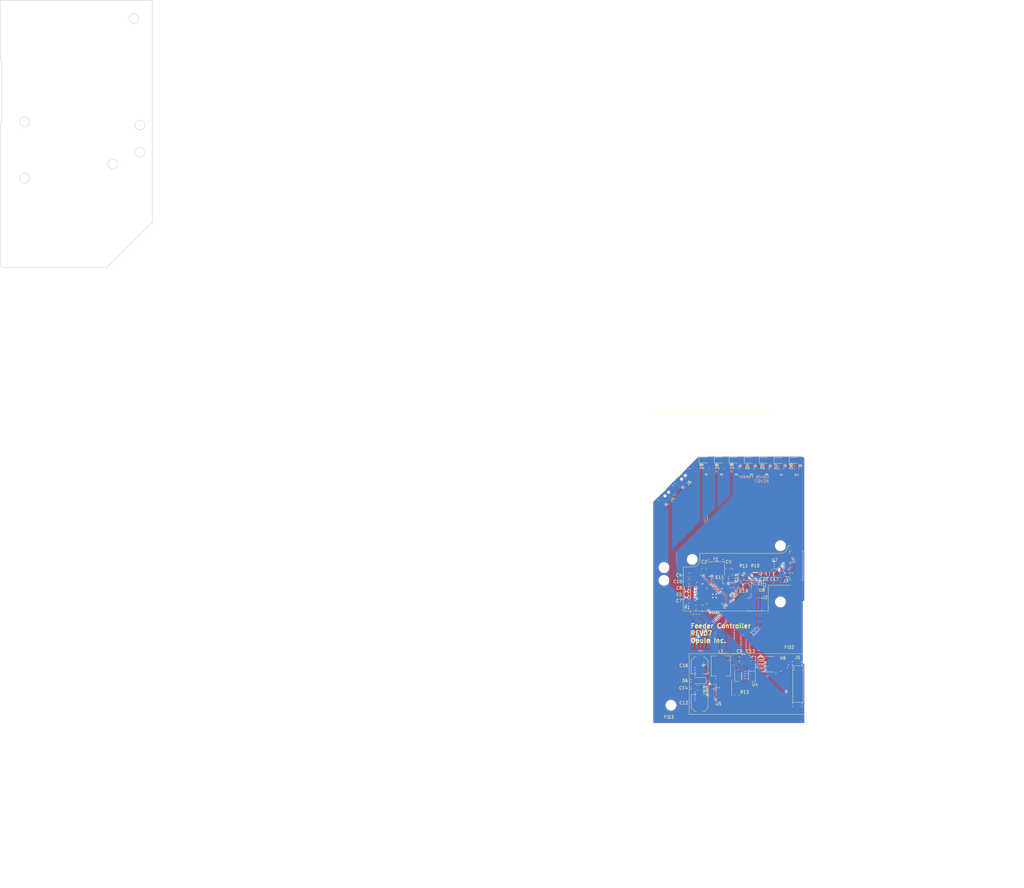
<source format=kicad_pcb>
(kicad_pcb (version 20211014) (generator pcbnew)
  (layers (0 "F.Cu" signal) (31 "B.Cu" signal) (34 "B.Paste" user) (35 "F.Paste" user) (36 "B.SilkS" user "B.Silkscreen") (37 "F.SilkS" user "F.Silkscreen") (38 "B.Mask" user) (39 "F.Mask" user) (44 "Edge.Cuts" user))
  (net 0 "")
  (net 1 "GND")
  (net 2 "+3V3")
  (net 3 "RESET")
  (net 4 "+VDC")
  (net 5 "OSC_IN")
  (net 6 "LED1")
  (net 7 "Net-(D1-Pad2)")
  (net 8 "Net-(D2-Pad2)")
  (net 9 "LED2")
  (net 10 "MCU_RX")
  (net 11 "MCU_TX")
  (net 12 "1WIRE")
  (net 13 "RS-485-")
  (net 14 "RS-485+")
  (net 15 "SWDIO")
  (net 16 "SWCLK")
  (net 17 "OSC_OUT")
  (net 18 "Net-(C14-Pad2)")
  (net 19 "Net-(D6-Pad1)")
  (net 21 "SW1")
  (net 22 "SW2")
  (net 23 "+10V")
  (net 24 "PEEL1")
  (net 25 "PEEL2")
  (net 26 "DRIVE2")
  (net 27 "DRIVE1")
  (net 28 "BOOT0")
  (net 29 "LED3")
  (net 30 "Net-(D5-Pad2)")
  (net 31 "LED4")
  (net 32 "LED5")
  (net 33 "DE")
  (net 36 "Net-(R6-Pad1)")
  (net 39 "Net-(D3-Pad2)")
  (net 40 "Net-(D4-Pad2)")
  (net 42 "LED6")
  (net 43 "DRIVE_QUAD_A")
  (net 44 "DRIVE_QUAD_B")
  (net 45 "Net-(D7-Pad2)")
  (net 51 "LED7")
  (net 55 "Net-(D8-Pad2)")
  (net 57 "Net-(R13-Pad2)")
  (net 58 "~{RE}")
  (net 59 "DRIVE_M1")
  (net 60 "DRIVE_M2")
  (net 61 "PEEL_M1")
  (net 62 "PEEL_M2")
  (net 63 "Net-(R10-Pad1)")
  (net 64 "Net-(R11-Pad1)")
  (footprint "Resistor_SMD:R_0805_2012Metric" (layer "F.Cu") (at 119.7 35.15 -90)
    (fp_text reference "R8")
    (fp_text value "470")
  )
  (footprint "Resistor_SMD:R_0805_2012Metric" (layer "F.Cu") (at 101.8 110.1 90)
    (fp_text reference "R9")
    (fp_text value "39k")
  )
  (footprint "Capacitor_SMD:C_0805_2012Metric" (layer "F.Cu") (at 110.75 97.75)
    (fp_text reference "C9")
    (fp_text value "10u")
  )
  (footprint "Capacitor_SMD:C_0805_2012Metric" (layer "F.Cu") (at 94.3 70.2)
    (fp_text reference "C4")
    (fp_text value "100n")
  )
  (footprint "Package_SON:WSON-8-1EP_2x2mm_P0.5mm_EP0.9x1.6mm" (layer "F.Cu") (at 122.3 67 180)
    (fp_text reference "U7")
    (fp_text value "DRV8837")
  )
  (footprint "Resistor_SMD:R_0805_2012Metric" (layer "F.Cu") (at 116 69.2 -90)
    (fp_text reference "R10")
    (fp_text value "10k")
  )
  (footprint "Package_QFP:LQFP-48_7x7mm_P0.5mm" (layer "F.Cu") (at 102.113335 76.51274 -90)
    (fp_text reference "U1")
    (fp_text value "STM32F031C6Tx")
  )
  (footprint "Resistor_SMD:R_0805_2012Metric" (layer "F.Cu") (at 104.9 35.1 -90)
    (fp_text reference "R3")
    (fp_text value "470")
  )
  (footprint "LED_SMD:LED_0805_2012Metric" (layer "F.Cu") (at 109.1 32.3)
    (fp_text reference "D3")
    (fp_text value "LED3")
  )
  (footprint "Resistor_SMD:R_0805_2012Metric" (layer "F.Cu") (at 99.9 35.0875 -90)
    (fp_text reference "R2")
    (fp_text value "470")
  )
  (footprint "Package_TO_SOT_SMD:SOT-223-3_TabPin2" (layer "F.Cu") (at 112.65 103.25 -90)
    (fp_text reference "U4")
    (fp_text value "AP1117-33")
  )
  (footprint "Crystal:Crystal_SMD_3225-4Pin_3.2x2.5mm_HandSoldering" (layer "F.Cu") (at 103.18774 68.011905 180)
    (fp_text reference "Y1")
    (fp_text value "8MHz")
  )
  (footprint "Capacitor_SMD:C_0805_2012Metric" (layer "F.Cu") (at 94.3 78.6)
    (fp_text reference "C7")
    (fp_text value "100n")
  )
  (footprint "Resistor_SMD:R_0805_2012Metric" (layer "F.Cu") (at 101.8 106 90)
    (fp_text reference "R6")
    (fp_text value "5.6k")
  )
  (footprint "index:goblin" (layer "F.Cu") (at 126 88.1)
    (fp_text reference "G***" hide)
    (fp_text value "LOGO" hide)
  )
  (footprint "Resistor_SMD:R_0805_2012Metric" (layer "F.Cu") (at 114.8 35.15 -90)
    (fp_text reference "R7")
    (fp_text value "470")
  )
  (footprint "Resistor_SMD:R_0805_2012Metric" (layer "F.Cu") (at 129.55 35.2 -90)
    (fp_text reference "R12")
    (fp_text value "470")
  )
  (footprint "Capacitor_SMD:C_Elec_5x5.8" (layer "F.Cu") (at 97.7 112.2 90)
    (fp_text reference "C12")
    (fp_text value "100uF")
  )
  (footprint "Capacitor_SMD:C_Elec_5x5.8" (layer "F.Cu") (at 97.7 99.9 -90)
    (fp_text reference "C16")
    (fp_text value "470uF")
  )
  (footprint "Fiducial:Fiducial_1mm_Mask2mm" (layer "F.Cu") (at 96 34.8)
    (fp_text reference "FID1" hide)
    (fp_text value "Fiducial")
  )
  (footprint "Capacitor_SMD:C_0805_2012Metric" (layer "F.Cu") (at 112.2 73.8)
    (fp_text reference "C19")
    (fp_text value "100n")
  )
  (footprint "Fiducial:Fiducial_1mm_Mask2mm" (layer "F.Cu") (at 130.5 93.9)
    (fp_text reference "FID2")
    (fp_text value "Fiducial")
  )
  (footprint "Resistor_SMD:R_0805_2012Metric" (layer "F.Cu") (at 124.6 35.2 -90)
    (fp_text reference "R4")
    (fp_text value "470")
  )
  (footprint "Capacitor_SMD:C_0805_2012Metric" (layer "F.Cu") (at 108.4 74.3 90)
    (fp_text reference "C3")
    (fp_text value "100n")
  )
  (footprint "feeder:1TS003B-1400-3500A-CT" (layer "F.Cu") (at 92.4 38 45)
    (fp_text reference "J6")
    (fp_text value "SW2")
    (fp_circle (center -0.85 0) (end -0.5 0) (layer "Edge.Cuts") (width 0.12) (fill none))
    (fp_circle (center 0.85 0) (end 1.2 0) (layer "Edge.Cuts") (width 0.12) (fill none))
  )
  (footprint "Capacitor_SMD:C_0805_2012Metric" (layer "F.Cu") (at 97 107.3)
    (fp_text reference "C14")
    (fp_text value "470pF")
  )
  (footprint "Package_SON:WSON-8-1EP_2x2mm_P0.5mm_EP0.9x1.6mm" (layer "F.Cu") (at 115.9 73.2 90)
    (fp_text reference "U8")
    (fp_text value "DRV8837")
  )
  (footprint "Connector_Molex:Molex_PicoBlade_53261-0671_1x06-1MP_P1.25mm_Horizontal" (layer "F.Cu") (at 129 67 90)
    (fp_text reference "J3")
    (fp_text value "DRIVE_MOTOR")
  )
  (footprint "Capacitor_SMD:C_0805_2012Metric" (layer "F.Cu") (at 114.55 97.75)
    (fp_text reference "C13")
    (fp_text value "10u")
  )
  (footprint "Capacitor_SMD:C_0805_2012Metric" (layer "F.Cu") (at 94.3 76.5)
    (fp_text reference "C5")
    (fp_text value "100n")
  )
  (footprint "Resistor_SMD:R_0805_2012Metric" (layer "F.Cu") (at 112.2 68.5 180)
    (fp_text reference "R11")
    (fp_text value "10k")
  )
  (footprint "LED_SMD:LED_0805_2012Metric" (layer "F.Cu") (at 123.9 32.4)
    (fp_text reference "D7")
    (fp_text value "LED6")
  )
  (footprint "Capacitor_SMD:C_0805_2012Metric" (layer "F.Cu") (at 112.2 71.1)
    (fp_text reference "C18")
    (fp_text value "100n")
  )
  (footprint "LED_SMD:LED_0805_2012Metric" (layer "F.Cu") (at 104.2 32.3)
    (fp_text reference "D2")
    (fp_text value "LED2")
  )
  (footprint "Connector_Molex:Molex_PicoBlade_53261-0271_1x02-1MP_P1.25mm_Horizontal" (layer "F.Cu") (at 115.9 79.3)
    (fp_text reference "J2")
    (fp_text value "PEEL_MOTOR")
  )
  (footprint "Package_SO:SOIC-8_3.9x4.9mm_P1.27mm" (layer "F.Cu") (at 120.3 99.5)
    (fp_text reference "U6")
    (fp_text value "MAX3078E")
  )
  (footprint "Resistor_SMD:R_0805_2012Metric" (layer "F.Cu") (at 96.5 80.8 180)
    (fp_text reference "R1")
    (fp_text value "1k")
  )
  (footprint "Capacitor_SMD:C_0805_2012Metric" (layer "F.Cu") (at 107.2 71.4 180)
    (fp_text reference "C11")
    (fp_text value "4.7uF")
  )
  (footprint "Inductor_SMD:L_6.3x6.3_H3" (layer "F.Cu") (at 104.7 100.1 90)
    (fp_text reference "L1")
    (fp_text value "220uH")
  )
  (footprint "Package_DFN_QFN:QFN-32-1EP_5x5mm_P0.5mm_EP3.45x3.45mm" (layer "F.Cu") (at 102.613335 77.01274 -90)
    (fp_text reference "U2" hide)
    (fp_text value "STM32F031K6Ux")
  )
  (footprint "Capacitor_SMD:C_0805_2012Metric" (layer "F.Cu") (at 122.3 69.9)
    (fp_text reference "C17")
    (fp_text value "100n")
  )
  (footprint "LED_SMD:LED_0805_2012Metric" (layer "F.Cu") (at 99.2 32.2875)
    (fp_text reference "D1")
    (fp_text value "LED1")
  )
  (footprint "Capacitor_SMD:C_0805_2012Metric" (layer "F.Cu") (at 107.18774 68.011905 -90)
    (fp_text reference "C1")
    (fp_text value "15p")
  )
  (footprint "LED_SMD:LED_0805_2012Metric" (layer "F.Cu") (at 119 32.35)
    (fp_text reference "D5")
    (fp_text value "LED5")
  )
  (footprint "Capacitor_SMD:C_0805_2012Metric" (layer "F.Cu") (at 94.3 74.4)
    (fp_text reference "C8")
    (fp_text value "4.7uF")
  )
  (footprint "feeder:AVX-9155-005-541" (layer "F.Cu") (at 127.645 106 90)
    (fp_text reference "J5")
    (fp_text value "Conn_01x07_Female")
  )
  (footprint "Resistor_SMD:R_0805_2012Metric" (layer "F.Cu") (at 110 109.6875 90)
    (fp_text reference "R13")
    (fp_text value "0.33R")
  )
  (footprint "Capacitor_SMD:C_0805_2012Metric" (layer "F.Cu") (at 99.18774 68.011905 90)
    (fp_text reference "C2")
    (fp_text value "15p")
  )
  (footprint "Fiducial:Fiducial_1mm_Mask2mm" (layer "F.Cu") (at 84.2 116.9)
    (fp_text reference "FID3")
    (fp_text value "Fiducial")
  )
  (footprint "Capacitor_SMD:C_0805_2012Metric" (layer "F.Cu") (at 94.3 72.3)
    (fp_text reference "C10")
    (fp_text value "4.7uF")
  )
  (footprint "LED_SMD:LED_0805_2012Metric" (layer "F.Cu") (at 114.1 32.35)
    (fp_text reference "D4")
    (fp_text value "LED4")
  )
  (footprint "Package_SO:SOIC-8_3.9x4.9mm_P1.27mm" (layer "F.Cu") (at 105.7 108 -90)
    (fp_text reference "U5")
    (fp_text value "MC34063AD")
  )
  (footprint "feeder:1TS003B-1400-3500A-CT" (layer "F.Cu") (at 86.9 43.5 45)
    (fp_text reference "J4")
    (fp_text value "SW1")
    (fp_circle (center 0.85 0) (end 1.2 0) (layer "Edge.Cuts") (width 0.12) (fill none))
    (fp_circle (center -0.85 0) (end -0.5 0) (layer "Edge.Cuts") (width 0.12) (fill none))
  )
  (footprint "LED_SMD:LED_0805_2012Metric" (layer "F.Cu") (at 128.85 32.4)
    (fp_text reference "D8")
    (fp_text value "LED7")
  )
  (footprint "Resistor_SMD:R_0805_2012Metric" (layer "F.Cu") (at 109.8 35.1 -90)
    (fp_text reference "R5")
    (fp_text value "470")
  )
  (footprint "Capacitor_SMD:C_0805_2012Metric" (layer "F.Cu") (at 118.8 69.2 90)
    (fp_text reference "C20")
    (fp_text value "100n")
  )
  (footprint "Diode_SMD:D_SOD-123" (layer "F.Cu") (at 97.6 104.9 180)
    (fp_text reference "D6")
    (fp_text value "1N5819")
  )
  (footprint "index:logo_mask" (layer "B.Cu") (at 124.8 38.5 180)
    (fp_text reference "G***" hide)
    (fp_text value "LOGO" hide)
  )
  (footprint "Connector_PinHeader_1.27mm:PinHeader_2x05_P1.27mm_Vertical_SMD" (layer "B.Cu") (at 98 91.3 -90)
    (fp_text reference "J1" hide)
    (fp_text value "SWD_10")
  )
  (gr_line (start 94.3 116) (end 132.1 116) (layer "F.SilkS") (width 0.12))
  (gr_line (start 94.3 96) (end 131.6 96) (layer "F.SilkS") (width 0.12))
  (gr_arc (start 126.8 60.5) (mid 126.067767 62.267767) (end 124.3 63) (layer "F.SilkS") (width 0.12))
  (gr_line (start 131.2 99) (end 131.6 99) (layer "F.SilkS") (width 0.12))
  (gr_line (start 127.7 73.5) (end 120.3 73.5) (layer "F.SilkS") (width 0.12))
  (gr_line (start 97.8 63) (end 97.8 65) (layer "F.SilkS") (width 0.12))
  (gr_line (start 127.7 60.5) (end 126.8 60.5) (layer "F.SilkS") (width 0.12))
  (gr_arc (start 97.8 65) (mid 97.067767 66.767767) (end 95.3 67.5) (layer "F.SilkS") (width 0.12))
  (gr_line (start 92.3 82) (end 92.3 67.5) (layer "F.SilkS") (width 0.12))
  (gr_line (start 94.3 116) (end 94.3 96) (layer "F.SilkS") (width 0.12))
  (gr_line (start 104.3 96) (end 112.3 96) (layer "F.SilkS") (width 0.12))
  (gr_line (start 95.3 67.5) (end 92.3 67.5) (layer "F.SilkS") (width 0.12))
  (gr_line (start 120.3 82) (end 92.3 82) (layer "F.SilkS") (width 0.12))
  (gr_line (start 124.3 63) (end 97.8 63) (layer "F.SilkS") (width 0.12))
  (gr_line (start 120.3 82) (end 120.3 73.5) (layer "F.SilkS") (width 0.12))
  (gr_line (start 131.3 79) (end 131.6 79) (layer "F.SilkS") (width 0.12))
  (gr_line (start 81.309519 16.300245) (end 121.290482 16.299756) (layer "F.SilkS") (width 0.12))
  (gr_text "SWD" (at 98 95.1) (layer "B.SilkS") (effects (font (size 0.5 0.5) (thickness 0.1)) (justify mirror)))
  (gr_text "Opulo Feeder\nREV07" (at 120.6 38.5) (layer "B.SilkS") (effects (font (size 1 1)) (justify left mirror)))
  (gr_text "Feeder Controller\nREV07\nOpulo Inc." (at 94.6 89.3) (layer "F.SilkS") (effects (font (size 1.5 1.5) (thickness 0.3)) (justify left)))
  (segment (start 101.350835 72.33774) (end 101.363335 72.35024) (width 0.2) (layer "F.Cu") (net 1))
  (segment (start 107.257262 65.7) (end 108.16226 66.604998) (width 0.2) (layer "F.Cu") (net 1))
  (segment (start 123.25 66.25) (end 122.65 66.25) (width 0.2) (layer "F.Cu") (net 1))
  (segment (start 98.5 69.8) (end 98.1 69.4) (width 0.2) (layer "F.Cu") (net 1))
  (segment (start 116.6 74.1) (end 116.6 73.5) (width 0.2) (layer "F.Cu") (net 1))
  (segment (start 108.16226 69.73774) (end 107.5 70.4) (width 0.2) (layer "F.Cu") (net 1))
  (segment (start 99.9 69.8) (end 98.5 69.8) (width 0.2) (layer "F.Cu") (net 1))
  (segment (start 100.9 70.6) (end 100.7 70.6) (width 0.2) (layer "F.Cu") (net 1))
  (segment (start 116.6 73.5) (end 116.3 73.2) (width 0.2) (layer "F.Cu") (net 1))
  (segment (start 103.412835 70.9) (end 104.2 70.9) (width 0.2) (layer "F.Cu") (net 1))
  (segment (start 115.5 99.55) (end 114.95 100.1) (width 0.2) (layer "F.Cu") (net 1))
  (segment (start 122.65 66.25) (end 122.3 66.6) (width 0.2) (layer "F.Cu") (net 1))
  (segment (start 116.65 74.15) (end 116.6 74.1) (width 0.2) (layer "F.Cu") (net 1))
  (segment (start 105.270835 74.26274) (end 104.995835 74.53774) (width 0.2) (layer "F.Cu") (net 1))
  (segment (start 115.5 97.75) (end 115.5 99.55) (width 0.5) (layer "F.Cu") (net 1))
  (segment (start 99.18774 67.061905) (end 99.38774 66.861905) (width 0.2) (layer "F.Cu") (net 1))
  (segment (start 106.98774 69.161905) (end 104.63774 69.161905) (width 0.2) (layer "F.Cu") (net 1))
  (segment (start 104.2 70.9) (end 104.7 70.4) (width 0.2) (layer "F.Cu") (net 1))
  (segment (start 101.363335 71.063335) (end 101.363335 72.35024) (width 0.2) (layer "F.Cu") (net 1))
  (segment (start 99.38774 66.861905) (end 101.73774 66.861905) (width 0.2) (layer "F.Cu") (net 1))
  (segment (start 104.7 70.4) (end 104.7 69.224165) (width 0.2) (layer "F.Cu") (net 1))
  (segment (start 98.8 65.7) (end 101.7 65.7) (width 0.2) (layer "F.Cu") (net 1))
  (segment (start 100.7 70.6) (end 99.9 69.8) (width 0.2) (layer "F.Cu") (net 1))
  (segment (start 107.5 70.4) (end 104.7 70.4) (width 0.2) (layer "F.Cu") (net 1))
  (segment (start 101.7 65.7) (end 107.257262 65.7) (width 0.2) (layer "F.Cu") (net 1))
  (segment (start 108.16226 66.604998) (end 108.16226 69.73774) (width 0.2) (layer "F.Cu") (net 1))
  (segment (start 101.73774 65.73774) (end 101.7 65.7) (width 0.2) (layer "F.Cu") (net 1))
  (segment (start 106.275835 74.26274) (end 105.270835 74.26274) (width 0.2) (layer "F.Cu") (net 1))
  (segment (start 104.7 69.224165) (end 104.63774 69.161905) (width 0.2) (layer "F.Cu") (net 1))
  (segment (start 98.1 66.4) (end 98.8 65.7) (width 0.2) (layer "F.Cu") (net 1))
  (segment (start 101.73774 66.861905) (end 101.73774 65.73774) (width 0.2) (layer "F.Cu") (net 1))
  (segment (start 100.9 70.6) (end 101.363335 71.063335) (width 0.2) (layer "F.Cu") (net 1))
  (segment (start 107.18774 68.961905) (end 106.98774 69.161905) (width 0.2) (layer "F.Cu") (net 1))
  (segment (start 98.1 69.4) (end 98.1 66.4) (width 0.2) (layer "F.Cu") (net 1))
  (via (at 108.6 68.2) (size 0.6) (drill 0.3) (layers "F.Cu" "B.Cu") (net 1))
  (via (at 114.2 101.8) (size 0.6) (drill 0.3) (layers "F.Cu" "B.Cu") (net 1))
  (via (at 103.4 107.2) (size 0.6) (drill 0.3) (layers "F.Cu" "B.Cu") (net 1))
  (via (at 108.4 74.3) (size 0.6) (drill 0.3) (layers "F.Cu" "B.Cu") (net 1))
  (via (at 131.4 99.6) (size 0.6) (drill 0.3) (layers "F.Cu" "B.Cu") (net 1))
  (via (at 104.2 107.2) (size 0.6) (drill 0.3) (layers "F.Cu" "B.Cu") (net 1))
  (via (at 117.2 94.9) (size 0.6) (drill 0.3) (layers "F.Cu" "B.Cu") (net 1))
  (via (at 96.2 111.2) (size 0.6) (drill 0.3) (layers "F.Cu" "B.Cu") (net 1))
  (via (at 112.5 96.3) (size 0.6) (drill 0.3) (layers "F.Cu" "B.Cu") (net 1))
  (via (at 128.2 69.4) (size 0.6) (drill 0.3) (layers "F.Cu" "B.Cu") (net 1))
  (via (at 116.3 100.5) (size 0.6) (drill 0.3) (layers "F.Cu" "B.Cu") (net 1))
  (via (at 131.4 112.4) (size 0.6) (drill 0.3) (layers "F.Cu" "B.Cu") (net 1))
  (via (at 108.5 70.1) (size 0.6) (drill 0.3) (layers "F.Cu" "B.Cu") (net 1))
  (via (at 96.2 109.6) (size 0.6) (drill 0.3) (layers "F.Cu" "B.Cu") (net 1))
  (via (at 94.4 35.2) (size 0.6) (drill 0.3) (layers "F.Cu" "B.Cu") (net 1))
  (via (at 125.3 68.8) (size 0.6) (drill 0.3) (layers "F.Cu" "B.Cu") (net 1))
  (via (at 112.2 89.9) (size 0.6) (drill 0.3) (layers "F.Cu" "B.Cu") (net 1))
  (via (at 100.9 70.6) (size 0.6) (drill 0.3) (layers "F.Cu" "B.Cu") (net 1))
  (via (at 126.9 99.8) (size 0.6) (drill 0.3) (layers "F.Cu" "B.Cu") (net 1))
  (via (at 111.1 72.4) (size 0.6) (drill 0.3) (layers "F.Cu" "B.Cu") (net 1))
  (via (at 100.7 65.1) (size 0.6) (drill 0.3) (layers "F.Cu" "B.Cu") (net 1))
  (via (at 88.9 40.7) (size 0.6) (drill 0.3) (layers "F.Cu" "B.Cu") (net 1))
  (via (at 93.4 79.9) (size 0.6) (drill 0.3) (layers "F.Cu" "B.Cu") (net 1))
  (via (at 105.5 65.1) (size 0.6) (drill 0.3) (layers "F.Cu" "B.Cu") (net 1))
  (via (at 94.8 105.3) (size 0.6) (drill 0.3) (layers "F.Cu" "B.Cu") (net 1))
  (via (at 107.2 71.4) (size 0.6) (drill 0.3) (layers "F.Cu" "B.Cu") (net 1))
  (via (at 98.1 70.1) (size 0.6) (drill 0.3) (layers "F.Cu" "B.Cu") (net 1))
  (via (at 96.2 108.8) (size 0.6) (drill 0.3) (layers "F.Cu" "B.Cu") (net 1))
  (via (at 103.163335 76.46274) (size 0.8) (drill 0.4) (layers "F.Cu" "B.Cu") (net 1))
  (via (at 92.2 78.2) (size 0.6) (drill 0.3) (layers "F.Cu" "B.Cu") (net 1))
  (via (at 102.063335 77.56274) (size 0.8) (drill 0.4) (layers "F.Cu" "B.Cu") (net 1))
  (via (at 94.9 106.9) (size 0.6) (drill 0.3) (layers "F.Cu" "B.Cu") (net 1))
  (via (at 96.2 110.4) (size 0.6) (drill 0.3) (layers "F.Cu" "B.Cu") (net 1))
  (via (at 108.2 65.7) (size 0.6) (drill 0.3) (layers "F.Cu" "B.Cu") (net 1))
  (via (at 114.9 101.8) (size 0.6) (drill 0.3) (layers "F.Cu" "B.Cu") (net 1))
  (via (at 84.1 45.5) (size 0.6) (drill 0.3) (layers "F.Cu" "B.Cu") (net 1))
  (via (at 117.4 73.2) (size 0.6) (drill 0.3) (layers "F.Cu" "B.Cu") (net 1))
  (via (at 126.5 100.6) (size 0.6) (drill 0.3) (layers "F.Cu" "B.Cu") (net 1))
  (via (at 103.163335 77.56274) (size 0.8) (drill 0.4) (layers "F.Cu" "B.Cu") (net 1))
  (via (at 96.3 78.6) (size 0.6) (drill 0.3) (layers "F.Cu" "B.Cu") (net 1))
  (via (at 94.8 104.5) (size 0.6) (drill 0.3) (layers "F.Cu" "B.Cu") (net 1))
  (via (at 98.7 73.1) (size 0.6) (drill 0.3) (layers "F.Cu" "B.Cu") (net 1))
  (via (at 110.6 69.7) (size 0.6) (drill 0.3) (layers "F.Cu" "B.Cu") (net 1))
  (via (at 128.7 100.6) (size 0.6) (drill 0.3) (layers "F.Cu" "B.Cu") (net 1))
  (via (at 94.9 107.7) (size 0.6) (drill 0.3) (layers "F.Cu" "B.Cu") (net 1))
  (via (at 128.2 112.4) (size 0.6) (drill 0.3) (layers "F.Cu" "B.Cu") (net 1))
  (via (at 124.4 101.8) (size 0.6) (drill 0.3) (layers "F.Cu" "B.Cu") (net 1))
  (via (at 115.5 73.2) (size 0.6) (drill 0.3) (layers "F.Cu" "B.Cu") (net 1))
  (via (at 121.4 68.5) (size 0.6) (drill 0.3) (layers "F.Cu" "B.Cu") (net 1))
  (via (at 96.2 101.5) (size 0.6) (drill 0.3) (layers "F.Cu" "B.Cu") (net 1))
  (via (at 115.6 101.8) (size 0.6) (drill 0.3) (layers "F.Cu" "B.Cu") (net 1))
  (via (at 89.6 40) (size 0.6) (drill 0.3) (layers "F.Cu" "B.Cu") (net 1))
  (via (at 96.2 102.3) (size 0.6) (drill 0.3) (layers "F.Cu" "B.Cu") (net 1))
  (via (at 96.8 72.6) (size 0.6) (drill 0.3) (layers "F.Cu" "B.Cu") (net 1))
  (via (at 131.4 113.4) (size 0.6) (drill 0.3) (layers "F.Cu" "B.Cu") (net 1))
  (via (at 92.3 70.2) (size 0.6) (drill 0.3) (layers "F.Cu" "B.Cu") (net 1))
  (via (at 122.3 66.6) (size 0.6) (drill 0.3) (layers "F.Cu" "B.Cu") (net 1))
  (via (at 120.2 70.9) (size 0.6) (drill 0.3) (layers "F.Cu" "B.Cu") (net 1))
  (via (at 122.3 65.6) (size 0.6) (drill 0.3) (layers "F.Cu" "B.Cu") (net 1))
  (via (at 128.7 101.4) (size 0.6) (drill 0.3) (layers "F.Cu" "B.Cu") (net 1))
  (via (at 128.2 98.6) (size 0.6) (drill 0.3) (layers "F.Cu" "B.Cu") (net 1))
  (via (at 92.3 72.3) (size 0.6) (drill 0.3) (layers "F.Cu" "B.Cu") (net 1))
  (via (at 111.8 96.3) (size 0.6) (drill 0.3) (layers "F.Cu" "B.Cu") (net 1))
  (via (at 116.3 73.2) (size 0.6) (drill 0.3) (layers "F.Cu" "B.Cu") (net 1))
  (via (at 104.995835 74.53774) (size 0.6) (drill 0.3) (layers "F.Cu" "B.Cu") (net 1))
  (via (at 103 104.2) (size 0.6) (drill 0.3) (layers "F.Cu" "B.Cu") (net 1))
  (via (at 102.063335 76.46274) (size 0.8) (drill 0.4) (layers "F.Cu" "B.Cu") (net 1))
  (via (at 128.2 99.6) (size 0.6) (drill 0.3) (layers "F.Cu" "B.Cu") (net 1))
  (via (at 96.2 103.1) (size 0.6) (drill 0.3) (layers "F.Cu" "B.Cu") (net 1))
  (via (at 122.3 67.4) (size 0.6) (drill 0.3) (layers "F.Cu" "B.Cu") (net 1))
  (via (at 97.4 87.3) (size 0.6) (drill 0.3) (layers "F.Cu" "B.Cu") (net 1))
  (via (at 116.3 99.5) (size 0.6) (drill 0.3) (layers "F.Cu" "B.Cu") (net 1))
  (via (at 122.8 102.4) (size 0.6) (drill 0.3) (layers "F.Cu" "B.Cu") (net 1))
  (via (at 131.4 98.6) (size 0.6) (drill 0.3) (layers "F.Cu" "B.Cu") (net 1))
  (via (at 128.2 113.4) (size 0.6) (drill 0.3) (layers "F.Cu" "B.Cu") (net 1))
  (via (at 103.412835 70.9) (size 0.6) (drill 0.3) (layers "F.Cu" "B.Cu") (net 1))
  (via (at 96.2 100.7) (size 0.6) (drill 0.3) (layers "F.Cu" "B.Cu") (net 1))
  (segment (start 100.675835 79.26274) (end 97.950835 79.26274) (width 0.2) (layer "F.Cu") (net 2))
  (segment (start 120.85 67.75) (end 120.35 68.25) (width 0.3) (layer "F.Cu") (net 2))
  (segment (start 113.6 91) (end 115.95 88.65) (width 1) (layer "F.Cu") (net 2))
  (segment (start 104.363335 75.11274) (end 104.213335 75.26274) (width 0.2) (layer "F.Cu") (net 2))
  (segment (start 116.3875 70.1125) (end 118.25 68.25) (width 0.3) (layer "F.Cu") (net 2))
  (segment (start 118.25 68.25) (end 118.8 68.25) (width 0.3) (layer "F.Cu") (net 2))
  (segment (start 102.263335 75.26274) (end 102.363335 75.16274) (width 0.2) (layer "F.Cu") (net 2))
  (segment (start 104.363335 74.26274) (end 104.363335 74.57524) (width 0.2) (layer "F.Cu") (net 2))
  (segment (start 104.863335 72.35024) (end 105.29976 72.35024) (width 0.2) (layer "F.Cu") (net 2))
  (segment (start 95.25 70.2) (end 95.25 69.85) (width 0.5) (layer "F.Cu") (net 2))
  (segment (start 116.1 34.7625) (end 114.8 36.0625) (width 0.2) (layer "F.Cu") (net 2))
  (segment (start 112.2 69.8) (end 113.15 70.75) (width 0.3) (layer "F.Cu") (net 2))
  (segment (start 95.25 78.6) (end 95.25 71.15) (width 1) (layer "F.Cu") (net 2))
  (segment (start 99.789572 70.40098) (end 100.863335 71.474743) (width 0.2) (layer "F.Cu") (net 2))
  (segment (start 126.625 65.1) (end 128.2 65.1) (width 1) (layer "F.Cu") (net 2))
  (segment (start 130.9 34.7625) (end 129.55 36.1125) (width 0.2) (layer "F.Cu") (net 2))
  (segment (start 116.762011 70.1125) (end 116 70.1125) (width 1) (layer "F.Cu") (net 2))
  (segment (start 121.2 97.9) (end 121.2 102.1) (width 0.2) (layer "F.Cu") (net 2))
  (segment (start 111.2875 67.7125) (end 111.2875 68.5) (width 0.3) (layer "F.Cu") (net 2))
  (segment (start 95.5875 80.8) (end 95.5875 83.0875) (width 1.5) (layer "F.Cu") (net 2))
  (segment (start 113.6 97.75) (end 113.6 91) (width 1) (layer "F.Cu") (net 2))
  (segment (start 90.5 62.8) (end 99.9 53.4) (width 0.5) (layer "F.Cu") (net 2))
  (segment (start 112.65 100.1) (end 113.2 99.55) (width 1) (layer "F.Cu") (net 2))
  (segment (start 116 70.1125) (end 116.3875 70.1125) (width 0.3) (layer "F.Cu") (net 2))
  (segment (start 95.25 78.6) (end 95.25 79.45) (width 1) (layer "F.Cu") (net 2))
  (segment (start 95.25 69.85) (end 94.4 69) (width 0.5) (layer "F.Cu") (net 2))
  (segment (start 113.5 103.6) (end 112.65 102.75) (width 0.2) (layer "F.Cu") (net 2))
  (segment (start 104.9 36.0125) (end 109.8 36.0125) (width 0.2) (layer "F.Cu") (net 2))
  (segment (start 115.15 72.25) (end 114.3 72.25) (width 0.3) (layer "F.Cu") (net 2))
  (segment (start 114 67.3) (end 111.7 67.3) (width 0.3) (layer "F.Cu") (net 2))
  (segment (start 113.2 98.15) (end 113.6 97.75) (width 1) (layer "F.Cu") (net 2))
  (segment (start 100.863335 71.474743) (end 100.863335 72.35024) (width 0.2) (layer "F.Cu") (net 2))
  (segment (start 121.35 67.75) (end 120.85 67.75) (width 0.3) (layer "F.Cu") (net 2))
  (segment (start 106.275835 73.76274) (end 104.863335 73.76274) (width 0.2) (layer "F.Cu") (net 2))
  (segment (start 100.863335 79.45024) (end 100.675835 79.26274) (width 0.2) (layer "F.Cu") (net 2))
  (segment (start 105.29976 72.35024) (end 106.25 71.4) (width 0.2) (layer "F.Cu") (net 2))
  (segment (start 111.2875 68.8875) (end 111.2875 68.5) (width 0.3) (layer "F.Cu") (net 2))
  (segment (start 130.9 34.2) (end 130.9 34.7625) (width 0.2) (layer "F.Cu") (net 2))
  (segment (start 104.863335 72.35024) (end 104.863335 73.76274) (width 0.2) (layer "F.Cu") (net 2))
  (segment (start 100.863335 79.45024) (end 100.863335 75.85024) (width 0.2) (layer "F.Cu") (net 2))
  (segment (start 104.213335 75.26274) (end 104.06274 75.26274) (width 0.2) (layer "F.Cu") (net 2))
  (segment (start 112.2 69.8) (end 111.2875 68.8875) (width 0.3) (layer "F.Cu") (net 2))
  (segment (start 113.15 70.75) (end 113.15 71.1) (width 0.3) (layer "F.Cu") (net 2))
  (segment (start 104.1 75.3) (end 104.06274 75.26274) (width 0.2) (layer "F.Cu") (net 2))
  (segment (start 111.7 67.3) (end 111.2875 67.7125) (width 0.3) (layer "F.Cu") (net 2))
  (segment (start 92.8 69) (end 90.5 66.7) (width 0.5) (layer "F.Cu") (net 2))
  (segment (start 94.4 69) (end 92.8 69) (width 0.5) (layer "F.Cu") (net 2))
  (segment (start 112.65 100.1) (end 112.65 101.45) (width 2) (layer "F.Cu") (net 2))
  (segment (start 111.1 34.7125) (end 109.8 36.0125) (width 0.2) (layer "F.Cu") (net 2))
  (segment (start 114.4 67.7) (end 114 67.3) (width 0.3) (layer "F.Cu") (net 2))
  (segment (start 112.65 104.45) (end 112.65 106.4) (width 2) (layer "F.Cu") (net 2))
  (segment (start 104.06274 75.26274) (end 102.463335 75.26274) (width 0.2) (layer "F.Cu") (net 2))
  (segment (start 112.65 104.25) (end 112.65 104.45) (width 2) (layer "F.Cu") (net 2))
  (segment (start 95.5875 83.0875) (end 95.6 83.1) (width 1) (layer "F.Cu") (net 2))
  (segment (start 95.43726 79.26274) (end 95.25 79.45) (width 0.2) (layer "F.Cu") (net 2))
  (segment (start 112.65 101.45) (end 112.65 101.75) (width 2) (layer "F.Cu") (net 2))
  (segment (start 122.775 97.595) (end 121.505 97.595) (width 0.2) (layer "F.Cu") (net 2))
  (segment (start 101.450835 75.26274) (end 102.263335 75.26274) (width 0.2) (layer "F.Cu") (net 2))
  (segment (start 128.2 65.1) (end 128.2 65.9) (width 1) (layer "F.Cu") (net 2))
  (segment (start 126.6 65.125) (end 126.625 65.1) (width 1) (layer "F.Cu") (net 2))
  (segment (start 121 34.3) (end 121 34.7625) (width 0.2) (layer "F.Cu") (net 2))
  (segment (start 102.463335 75.26274) (end 102.363335 75.16274) (width 0.2) (layer "F.Cu") (net 2))
  (segment (start 112.65 101.75) (end 112.65 101.95) (width 2) (layer "F.Cu") (net 2))
  (segment (start 95.25 79.45) (end 95.25 80.4625) (width 1) (layer "F.Cu") (net 2))
  (segment (start 121.505 97.595) (end 121.2 97.9) (width 0.2) (layer "F.Cu") (net 2))
  (segment (start 114.4 68.9) (end 114.4 67.7) (width 0.3) (layer "F.Cu") (net 2))
  (segment (start 107.95 72.9) (end 108.4 73.35) (width 0.2) (layer "F.Cu") (net 2))
  (segment (start 95.6 83.1) (end 97.6 83.1) (width 1.5) (layer "F.Cu") (net 2))
  (segment (start 100.863335 75.85024) (end 101.450835 75.26274) (width 0.2) (layer "F.Cu") (net 2))
  (segment (start 112.65 101.95) (end 112.65 102.65) (width 2) (layer "F.Cu") (net 2))
  (segment (start 115.6125 70.1125) (end 114.4 68.9) (width 0.3) (layer "F.Cu") (net 2))
  (segment (start 120.35 68.25) (end 118.8 68.25) (width 0.3) (layer "F.Cu") (net 2))
  (segment (start 104.8875 36) (end 104.9 36.0125) (width 0.2) (layer "F.Cu") (net 2))
  (segment (start 115.95 88.65) (end 116.95 87.65) (width 1) (layer "F.Cu") (net 2))
  (segment (start 99 70.40098) (end 99.789572 70.40098) (width 0.2) (layer "F.Cu") (net 2))
  (segment (start 104.863335 73.76274) (end 104.363335 74.26274) (width 0.2) (layer "F.Cu") (net 2))
  (segment (start 111.1 34.3) (end 111.1 34.7125) (width 0.2) (layer "F.Cu") (net 2))
  (segment (start 125.9 34.8125) (end 124.6 36.1125) (width 0.2) (layer "F.Cu") (net 2))
  (segment (start 112.65 103.45) (end 112.65 103.65) (width 2) (layer "F.Cu") (net 2))
  (segment (start 121 34.7625) (end 119.7 36.0625) (width 0.2) (layer "F.Cu") (net 2))
  (segment (start 107.98726 73.76274) (end 108.4 73.35) (width 0.2) (layer "F.Cu") (net 2))
  (segment (start 121.2 102.1) (end 119.7 103.6) (width 0.2) (layer "F.Cu") (net 2))
  (segment (start 125.9 34.2) (end 125.9 34.8125) (width 0.2) (layer "F.Cu") (net 2))
  (segment (start 99.9 36) (end 104.8875 36) (width 0.2) (layer "F.Cu") (net 2))
  (segment (start 116.1 34.3) (end 116.1 34.7625) (width 0.2) (layer "F.Cu") (net 2))
  (segment (start 112.65 102.65) (end 112.65 102.75) (width 2) (layer "F.Cu") (net 2))
  (segment (start 104.363335 74.57524) (end 104.363335 75.11274) (width 0.2) (layer "F.Cu") (net 2))
  (segment (start 107.2 72.9) (end 107.95 72.9) (width 0.2) (layer "F.Cu") (net 2))
  (segment (start 112.65 103.65) (end 112.65 104.25) (width 2) (layer "F.Cu") (net 2))
  (segment (start 118.749511 73.750489) (end 118.749511 72.1) (width 1) (layer "F.Cu") (net 2))
  (segment (start 90.5 66.7) (end 90.5 62.8) (width 0.5) (layer "F.Cu") (net 2))
  (segment (start 112.65 102.75) (end 112.65 103.45) (width 2) (layer "F.Cu") (net 2))
  (segment (start 97.950835 79.26274) (end 95.43726 79.26274) (width 0.4) (layer "F.Cu") (net 2))
  (segment (start 99.9 53.4) (end 99.9 36) (width 0.5) (layer "F.Cu") (net 2))
  (segment (start 114.3 72.25) (end 113.15 71.1) (width 0.3) (layer "F.Cu") (net 2))
  (segment (start 118.749511 72.1) (end 116.762011 70.1125) (width 1) (layer "F.Cu") (net 2))
  (segment (start 113.2 99.55) (end 113.2 98.15) (width 1) (layer "F.Cu") (net 2))
  (segment (start 104.1 75.9) (end 104.1 75.3) (width 0.2) (layer "F.Cu") (net 2))
  (segment (start 119.7 103.6) (end 113.5 103.6) (width 0.2) (layer "F.Cu") (net 2))
  (segment (start 95.25 80.4625) (end 95.5875 80.8) (width 1) (layer "F.Cu") (net 2))
  (segment (start 116 70.1125) (end 115.6125 70.1125) (width 0.3) (layer "F.Cu") (net 2))
  (segment (start 95.25 71.15) (end 95.25 70.2) (width 1) (layer "F.Cu") (net 2))
  (segment (start 95.25 70.2) (end 95.25 70.05) (width 1) (layer "F.Cu") (net 2))
  (segment (start 106.275835 73.76274) (end 107.98726 73.76274) (width 0.2) (layer "F.Cu") (net 2))
  (segment (start 102.363335 75.16274) (end 102.363335 74.57524) (width 0.2) (layer "F.Cu") (net 2))
  (via (at 107.2 72.9) (size 0.6) (drill 0.3) (layers "F.Cu" "B.Cu") (net 2))
  (via (at 97.6 83.1) (size 0.6) (drill 0.3) (layers "F.Cu" "B.Cu") (net 2))
  (via (at 112.65 103.45) (size 0.6) (drill 0.3) (layers "F.Cu" "B.Cu") (net 2))
  (via (at 116.1 34.3) (size 0.6) (drill 0.3) (layers "F.Cu" "B.Cu") (net 2))
  (via (at 121 34.3) (size 0.6) (drill 0.3) (layers "F.Cu" "B.Cu") (net 2))
  (via (at 116.95 87.65) (size 0.6) (drill 0.3) (layers "F.Cu" "B.Cu") (net 2))
  (via (at 115.1 89.5) (size 0.6) (drill 0.3) (layers "F.Cu" "B.Cu") (net 2))
  (via (at 130.9 34.2) (size 0.6) (drill 0.3) (layers "F.Cu" "B.Cu") (net 2))
  (via (at 125.9 34.2) (size 0.6) (drill 0.3) (layers "F.Cu" "B.Cu") (net 2))
  (via (at 96.6 83.1) (size 0.6) (drill 0.3) (layers "F.Cu" "B.Cu") (net 2))
  (via (at 118.749511 72.1) (size 0.6) (drill 0.3) (layers "F.Cu" "B.Cu") (net 2))
  (via (at 99 70.40098) (size 0.6) (drill 0.3) (layers "F.Cu" "B.Cu") (net 2))
  (via (at 111.1 34.3) (size 0.6) (drill 0.3) (layers "F.Cu" "B.Cu") (net 2))
  (via (at 112.65 101.9) (size 0.6) (drill 0.3) (layers "F.Cu" "B.Cu") (net 2))
  (via (at 112.65 104.25) (size 0.6) (drill 0.3) (layers "F.Cu" "B.Cu") (net 2))
  (via (at 118.749511 73.750489) (size 0.6) (drill 0.3) (layers "F.Cu" "B.Cu") (net 2))
  (via (at 112.65 102.65) (size 0.6) (drill 0.3) (layers "F.Cu" "B.Cu") (net 2))
  (via (at 104.1 75.9) (size 0.6) (drill 0.3) (layers "F.Cu" "B.Cu") (net 2))
  (via (at 95.6 83.1) (size 0.6) (drill 0.3) (layers "F.Cu" "B.Cu") (net 2))
  (via (at 112.2 69.8) (size 0.6) (drill 0.3) (layers "F.Cu" "B.Cu") (net 2))
  (via (at 128.2 65.9) (size 0.6) (drill 0.3) (layers "F.Cu" "B.Cu") (net 2))
  (via (at 118.749511 72.950489) (size 0.6) (drill 0.3) (layers "F.Cu" "B.Cu") (net 2))
  (via (at 128.2 65.1) (size 0.6) (drill 0.3) (layers "F.Cu" "B.Cu") (net 2))
  (via (at 116 88.6) (size 0.6) (drill 0.3) (layers "F.Cu" "B.Cu") (net 2))
  (segment (start 125.8 34.3) (end 125.9 34.2) (width 0.2) (layer "B.Cu") (net 2))
  (segment (start 121 34.3) (end 125.8 34.3) (width 0.2) (layer "B.Cu") (net 2))
  (segment (start 99 70.8) (end 104.1 75.9) (width 0.2) (layer "B.Cu") (net 2))
  (segment (start 97.6 83.1) (end 96.6 83.1) (width 2) (layer "B.Cu") (net 2))
  (segment (start 97.6 83.1) (end 98.2 83.1) (width 2) (layer "B.Cu") (net 2))
  (segment (start 96.6 83.1) (end 95.6 83.1) (width 2) (layer "B.Cu") (net 2))
  (segment (start 117 87.6) (end 116.95 87.65) (width 1) (layer "B.Cu") (net 2))
  (segment (start 117 75.5) (end 117 87.6) (width 1) (layer "B.Cu") (net 2))
  (segment (start 105.4 90.3) (end 105.4 94.6) (width 2) (layer "B.Cu") (net 2))
  (segment (start 118.749511 73.750489) (end 118.749511 72.950489) (width 1) (layer "B.Cu") (net 2))
  (segment (start 98.2 83.1) (end 105.4 90.3) (width 2) (layer "B.Cu") (net 2))
  (segment (start 105.4 94.6) (end 112.65 101.85) (width 2) (layer "B.Cu") (net 2))
  (segment (start 128.2 67.9) (end 124 72.1) (width 1) (layer "B.Cu") (net 2))
  (segment (start 112.2 69.8) (end 109.1 72.9) (width 0.2) (layer "B.Cu") (net 2))
  (segment (start 118.749511 73.750489) (end 117 75.5) (width 1) (layer "B.Cu") (net 2))
  (segment (start 112.65 104.25) (end 112.65 101.9) (width 2) (layer "B.Cu") (net 2))
  (segment (start 118.749511 72.950489) (end 118.749511 72.1) (width 1) (layer "B.Cu") (net 2))
  (segment (start 128.2 65.1) (end 128.2 65.9) (width 1) (layer "B.Cu") (net 2))
  (segment (start 112.65 101.85) (end 112.65 101.9) (width 2) (layer "B.Cu") (net 2))
  (segment (start 95.46 89.35) (end 95.46 83.24) (width 0.5) (layer "B.Cu") (net 2))
  (segment (start 111.1 34.3) (end 116.1 34.3) (width 0.2) (layer "B.Cu") (net 2))
  (segment (start 125.9 34.2) (end 130.9 34.2) (width 0.2) (layer "B.Cu") (net 2))
  (segment (start 116.95 87.65) (end 115.1 89.5) (width 1) (layer "B.Cu") (net 2))
  (segment (start 99 70.40098) (end 99 70.8) (width 0.2) (layer "B.Cu") (net 2))
  (segment (start 124 72.1) (end 118.749511 72.1) (width 1) (layer "B.Cu") (net 2))
  (segment (start 116.1 34.3) (end 121 34.3) (width 0.2) (layer "B.Cu") (net 2))
  (segment (start 128.2 65.9) (end 128.2 67.9) (width 1) (layer "B.Cu") (net 2))
  (segment (start 109.1 72.9) (end 107.2 72.9) (width 0.2) (layer "B.Cu") (net 2))
  (segment (start 95.46 83.24) (end 95.6 83.1) (width 0.5) (layer "B.Cu") (net 2))
  (segment (start 102.863335 74.57524) (end 102.863335 74.11274) (width 0.2) (layer "F.Cu") (net 3))
  (segment (start 102.863335 74.11274) (end 101.863335 73.11274) (width 0.2) (layer "F.Cu") (net 3))
  (segment (start 101.863335 73.11274) (end 101.863335 72.35024) (width 0.2) (layer "F.Cu") (net 3))
  (segment (start 106.4 85.8) (end 100.6 91.6) (width 0.2) (layer "F.Cu") (net 3))
  (segment (start 101.738556 70.6) (end 101.863335 70.724779) (width 0.2) (layer "F.Cu") (net 3))
  (segment (start 101.863335 70.724779) (end 101.863335 72.35024) (width 0.2) (layer "F.Cu") (net 3))
  (segment (start 106.4 80.2) (end 106.4 85.8) (width 0.2) (layer "F.Cu") (net 3))
  (via (at 106.4 80.2) (size 0.6) (drill 0.3) (layers "F.Cu" "B.Cu") (net 3))
  (via (at 100.6 91.6) (size 0.6) (drill 0.3) (layers "F.Cu" "B.Cu") (net 3))
  (via (at 101.738556 70.6) (size 0.6) (drill 0.3) (layers "F.Cu" "B.Cu") (net 3))
  (segment (start 100.6 93.19) (end 100.54 93.25) (width 0.2) (layer "B.Cu") (net 3))
  (segment (start 106.4 77.1) (end 101.738556 72.438556) (width 0.2) (layer "B.Cu") (net 3))
  (segment (start 101.738556 72.438556) (end 101.738556 70.6) (width 0.2) (layer "B.Cu") (net 3))
  (segment (start 106.4 80.2) (end 106.4 77.1) (width 0.2) (layer "B.Cu") (net 3))
  (segment (start 100.6 91.6) (end 100.6 93.19) (width 0.2) (layer "B.Cu") (net 3))
  (segment (start 111.2 112.6) (end 112.8 111) (width 1.5) (layer "F.Cu") (net 4))
  (segment (start 110 112.4) (end 109.8 112.6) (width 0.2) (layer "F.Cu") (net 4))
  (segment (start 110 110.6) (end 110 112.4) (width 0.2) (layer "F.Cu") (net 4))
  (segment (start 104.7 112.6) (end 109.8 112.6) (width 1.5) (layer "F.Cu") (net 4))
  (segment (start 109.8 112.6) (end 111.2 112.6) (width 1.5) (layer "F.Cu") (net 4))
  (segment (start 99.3625 112.6) (end 104.7 112.6) (width 1.5) (layer "F.Cu") (net 4))
  (segment (start 97.7 114.2625) (end 99.3625 112.6) (width 1.5) (layer "F.Cu") (net 4))
  (segment (start 112.8 111) (end 127.645 111) (width 1.5) (layer "F.Cu") (net 4))
  (segment (start 105.065 112.235) (end 104.7 112.6) (width 1.5) (layer "F.Cu") (net 4))
  (segment (start 105.065 110.475) (end 105.065 112.235) (width 1.5) (layer "F.Cu") (net 4))
  (segment (start 102.863335 70.536665) (end 102.863335 72.35024) (width 0.2) (layer "F.Cu") (net 5))
  (segment (start 103.863335 74.57524) (end 103.863335 74.06274) (width 0.2) (layer "F.Cu") (net 5))
  (segment (start 104.63774 66.861905) (end 104.488718 66.861905) (width 0.2) (layer "F.Cu") (net 5))
  (segment (start 103.2 68.150623) (end 103.2 70.2) (width 0.2) (layer "F.Cu") (net 5))
  (segment (start 103.863335 74.06274) (end 102.863335 73.06274) (width 0.2) (layer "F.Cu") (net 5))
  (segment (start 102.863335 73.06274) (end 102.863335 72.35024) (width 0.2) (layer "F.Cu") (net 5))
  (segment (start 104.488718 66.861905) (end 103.2 68.150623) (width 0.2) (layer "F.Cu") (net 5))
  (segment (start 103.2 70.2) (end 102.863335 70.536665) (width 0.2) (layer "F.Cu") (net 5))
  (segment (start 106.98774 66.861905) (end 104.63774 66.861905) (width 0.2) (layer "F.Cu") (net 5))
  (segment (start 98.25 32.35) (end 98.2625 32.3375) (width 0.2) (layer "F.Cu") (net 6))
  (segment (start 97.950835 75.76274) (end 96.93726 75.76274) (width 0.2) (layer "F.Cu") (net 6))
  (segment (start 98.25 33.75) (end 98.25 32.35) (width 0.2) (layer "F.Cu") (net 6))
  (segment (start 96.93726 75.76274) (end 96.5 76.2) (width 0.2) (layer "F.Cu") (net 6))
  (segment (start 98.76274 75.76274) (end 97.950835 75.76274) (width 0.2) (layer "F.Cu") (net 6))
  (segment (start 100.175835 77.26274) (end 99.76274 77.26274) (width 0.2) (layer "F.Cu") (net 6))
  (segment (start 98.2 33.8) (end 98.25 33.75) (width 0.2) (layer "F.Cu") (net 6))
  (segment (start 99 76) (end 98.76274 75.76274) (width 0.2) (layer "F.Cu") (net 6))
  (segment (start 99.76274 77.26274) (end 99 76.5) (width 0.2) (layer "F.Cu") (net 6))
  (segment (start 99 76.5) (end 99 76) (width 0.2) (layer "F.Cu") (net 6))
  (via (at 96.5 76.2) (size 0.6) (drill 0.3) (layers "F.Cu" "B.Cu") (net 6))
  (via (at 98.2 33.8) (size 0.6) (drill 0.3) (layers "F.Cu" "B.Cu") (net 6))
  (segment (start 98.2 33.8) (end 98.2 52.6) (width 0.2) (layer "B.Cu") (net 6))
  (segment (start 98.2 52.6) (end 88.8 62) (width 0.2) (layer "B.Cu") (net 6))
  (segment (start 92.9 76.2) (end 96.5 76.2) (width 0.2) (layer "B.Cu") (net 6))
  (segment (start 88.8 62) (end 88.8 72.1) (width 0.2) (layer "B.Cu") (net 6))
  (segment (start 88.8 72.1) (end 92.9 76.2) (width 0.2) (layer "B.Cu") (net 6))
  (segment (start 100 32.475) (end 100 34.075) (width 0.2) (layer "F.Cu") (net 7))
  (segment (start 100.1375 32.3375) (end 100 32.475) (width 0.2) (layer "F.Cu") (net 7))
  (segment (start 100 34.075) (end 99.9 34.175) (width 0.2) (layer "F.Cu") (net 7))
  (segment (start 105 34.0875) (end 104.9 34.1875) (width 0.2) (layer "F.Cu") (net 8))
  (segment (start 105 32.4875) (end 105 34.0875) (width 0.2) (layer "F.Cu") (net 8))
  (segment (start 105.1375 32.35) (end 105 32.4875) (width 0.2) (layer "F.Cu") (net 8))
  (segment (start 97.950835 75.26274) (end 98.757036 75.26274) (width 0.2) (layer "F.Cu") (net 9))
  (segment (start 96.53726 75.26274) (end 96.5 75.3) (width 0.2) (layer "F.Cu") (net 9))
  (segment (start 97.950835 75.26274) (end 96.53726 75.26274) (width 0.2) (layer "F.Cu") (net 9))
  (segment (start 98.757036 75.26274) (end 99.34952 75.855224) (width 0.2) (layer "F.Cu") (net 9))
  (segment (start 99.34952 76.315187) (end 99.797073 76.76274) (width 0.2) (layer "F.Cu") (net 9))
  (segment (start 99.797073 76.76274) (end 100.175835 76.76274) (width 0.2) (layer "F.Cu") (net 9))
  (segment (start 99.34952 75.855224) (end 99.34952 76.315187) (width 0.2) (layer "F.Cu") (net 9))
  (segment (start 103.2 32.3625) (end 103.2625 32.3) (width 0.2) (layer "F.Cu") (net 9))
  (segment (start 103.2 33.9) (end 103.2 32.3625) (width 0.2) (layer "F.Cu") (net 9))
  (via (at 96.5 75.3) (size 0.6) (drill 0.3) (layers "F.Cu" "B.Cu") (net 9))
  (via (at 103.2 33.9) (size 0.6) (drill 0.3) (layers "F.Cu" "B.Cu") (net 9))
  (segment (start 96.5 75.3) (end 92.8 75.3) (width 0.2) (layer "B.Cu") (net 9))
  (segment (start 89.3 71.8) (end 89.3 62.2) (width 0.2) (layer "B.Cu") (net 9))
  (segment (start 103.2 48.3) (end 103.2 33.9) (width 0.2) (layer "B.Cu") (net 9))
  (segment (start 89.3 62.2) (end 103.2 48.3) (width 0.2) (layer "B.Cu") (net 9))
  (segment (start 92.8 75.3) (end 89.3 71.8) (width 0.2) (layer "B.Cu") (net 9))
  (segment (start 102.363335 79.45024) (end 102.363335 80.67524) (width 0.2) (layer "F.Cu") (net 10))
  (segment (start 102.363335 82.236665) (end 102.363335 80.76274) (width 0.2) (layer "F.Cu") (net 10))
  (segment (start 117.8 97.57) (end 117.825 97.595) (width 0.2) (layer "F.Cu") (net 10))
  (segment (start 102.1 82.5) (end 102.363335 82.236665) (width 0.2) (layer "F.Cu") (net 10))
  (segment (start 117.8 96.8) (end 117.8 97.57) (width 0.2) (layer "F.Cu") (net 10))
  (via (at 102.1 82.5) (size 0.6) (drill 0.3) (layers "F.Cu" "B.Cu") (net 10))
  (via (at 117.8 96.8) (size 0.6) (drill 0.3) (layers "F.Cu" "B.Cu") (net 10))
  (segment (start 117.8 96.8) (end 116.4 96.8) (width 0.2) (layer "B.Cu") (net 10))
  (segment (start 116.4 96.8) (end 102.1 82.5) (width 0.2) (layer "B.Cu") (net 10))
  (segment (start 119.2 101.4) (end 117.83 101.4) (width 0.2) (layer "F.Cu") (net 11))
  (segment (start 101.863335 79.45024) (end 101.863335 80.67524) (width 0.2) (layer "F.Cu") (net 11))
  (segment (start 117.83 101.4) (end 117.825 101.405) (width 0.2) (layer "F.Cu") (net 11))
  (segment (start 101.863335 81.936665) (end 101.863335 80.76274) (width 0.2) (layer "F.Cu") (net 11))
  (segment (start 101.3 82.5) (end 101.863335 81.936665) (width 0.2) (layer "F.Cu") (net 11))
  (via (at 101.3 82.5) (size 0.6) (drill 0.3) (layers "F.Cu" "B.Cu") (net 11))
  (via (at 119.2 101.4) (size 0.6) (drill 0.3) (layers "F.Cu" "B.Cu") (net 11))
  (segment (start 119.2 101.4) (end 117.7 99.9) (width 0.2) (layer "B.Cu") (net 11))
  (segment (start 117.7 99.9) (end 117.7 98.9) (width 0.2) (layer "B.Cu") (net 11))
  (segment (start 117.7 98.9) (end 101.3 82.5) (width 0.2) (layer "B.Cu") (net 11))
  (segment (start 101.363335 79.45024) (end 101.363335 80.67524) (width 0.2) (layer "F.Cu") (net 12))
  (segment (start 101.363335 81.536665) (end 101 81.9) (width 0.2) (layer "F.Cu") (net 12))
  (segment (start 126.2 108.5) (end 127.645 108.5) (width 0.2) (layer "F.Cu") (net 12))
  (segment (start 101.363335 80.76274) (end 101.363335 81.536665) (width 0.2) (layer "F.Cu") (net 12))
  (segment (start 100.7 81.9) (end 98.5125 81.9) (width 0.2) (layer "F.Cu") (net 12))
  (segment (start 98.5125 81.9) (end 97.4125 80.8) (width 0.2) (layer "F.Cu") (net 12))
  (segment (start 101 81.9) (end 100.7 81.9) (width 0.2) (layer "F.Cu") (net 12))
  (via (at 126.2 108.5) (size 0.6) (drill 0.3) (layers "F.Cu" "B.Cu") (net 12))
  (via (at 100.7 81.9) (size 0.6) (drill 0.3) (layers "F.Cu" "B.Cu") (net 12))
  (segment (start 117 99.1) (end 117 100.4) (width 0.2) (layer "B.Cu") (net 12))
  (segment (start 100.7 82.8) (end 117 99.1) (width 0.2) (layer "B.Cu") (net 12))
  (segment (start 117 100.4) (end 125.1 108.5) (width 0.2) (layer "B.Cu") (net 12))
  (segment (start 100.7 81.9) (end 100.7 82.8) (width 0.2) (layer "B.Cu") (net 12))
  (segment (start 125.1 108.5) (end 126.2 108.5) (width 0.2) (layer "B.Cu") (net 12))
  (segment (start 127.645 102.945) (end 123.565 98.865) (width 0.2) (layer "F.Cu") (net 13))
  (segment (start 127.645 103.5) (end 127.645 102.945) (width 0.2) (layer "F.Cu") (net 13))
  (segment (start 123.565 98.865) (end 122.775 98.865) (width 0.2) (layer "F.Cu") (net 13))
  (segment (start 123.735 100.135) (end 122.775 100.135) (width 0.2) (layer "F.Cu") (net 14))
  (segment (start 127.645 106) (end 126.5 104.855) (width 0.2) (layer "F.Cu") (net 14))
  (segment (start 126.5 104.855) (end 126.5 102.9) (width 0.2) (layer "F.Cu") (net 14))
  (segment (start 126.5 102.9) (end 123.735 100.135) (width 0.2) (layer "F.Cu") (net 14))
  (segment (start 103.863335 81.371679) (end 104.5 82.008344) (width 0.2) (layer "F.Cu") (net 15))
  (segment (start 103.863335 80.76274) (end 103.863335 81.371679) (width 0.2) (layer "F.Cu") (net 15))
  (segment (start 95.7 91.6) (end 95.5 91.6) (width 0.2) (layer "F.Cu") (net 15))
  (segment (start 104.5 82.8) (end 95.7 91.6) (width 0.2) (layer "F.Cu") (net 15))
  (segment (start 103.863335 79.45024) (end 103.863335 80.67524) (width 0.2) (layer "F.Cu") (net 15))
  (segment (start 104.5 82.008344) (end 104.5 82.8) (width 0.2) (layer "F.Cu") (net 15))
  (via (at 95.5 91.6) (size 0.6) (drill 0.3) (layers "F.Cu" "B.Cu") (net 15))
  (segment (start 95.5 91.6) (end 95.5 93.21) (width 0.2) (layer "B.Cu") (net 15))
  (segment (start 95.5 93.21) (end 95.46 93.25) (width 0.2) (layer "B.Cu") (net 15))
  (segment (start 105.7 79.3) (end 105.7 82.6) (width 0.2) (layer "F.Cu") (net 16))
  (segment (start 105.73726 79.26274) (end 105.7 79.3) (width 0.2) (layer "F.Cu") (net 16))
  (segment (start 106.275835 79.26274) (end 105.170835 79.26274) (width 0.2) (layer "F.Cu") (net 16))
  (segment (start 105.7 82.6) (end 96.7 91.6) (width 0.2) (layer "F.Cu") (net 16))
  (segment (start 104.983335 79.45024) (end 104.363335 79.45024) (width 0.2) (layer "F.Cu") (net 16))
  (segment (start 106.275835 79.26274) (end 105.73726 79.26274) (width 0.2) (layer "F.Cu") (net 16))
  (segment (start 105.170835 79.26274) (end 104.983335 79.45024) (width 0.2) (layer "F.Cu") (net 16))
  (via (at 96.7 91.6) (size 0.6) (drill 0.3) (layers "F.Cu" "B.Cu") (net 16))
  (segment (start 96.7 91.6) (end 96.7 93.22) (width 0.2) (layer "B.Cu") (net 16))
  (segment (start 96.7 93.22) (end 96.73 93.25) (width 0.2) (layer "B.Cu") (net 16))
  (segment (start 103.363335 74.57524) (end 103.363335 74.06274) (width 0.2) (layer "F.Cu") (net 17))
  (segment (start 102.363335 69.7875) (end 101.73774 69.161905) (width 0.2) (layer "F.Cu") (net 17))
  (segment (start 103.363335 74.06274) (end 102.363335 73.06274) (width 0.2) (layer "F.Cu") (net 17))
  (segment (start 99.18774 68.961905) (end 99.38774 69.161905) (width 0.2) (layer "F.Cu") (net 17))
  (segment (start 102.363335 72.35024) (end 102.363335 69.7875) (width 0.2) (layer "F.Cu") (net 17))
  (segment (start 99.38774 69.161905) (end 101.73774 69.161905) (width 0.2) (layer "F.Cu") (net 17))
  (segment (start 102.363335 73.06274) (end 102.363335 72.35024) (width 0.2) (layer "F.Cu") (net 17))
  (segment (start 98.55 107.9) (end 97.95 107.3) (width 0.2) (layer "F.Cu") (net 18))
  (segment (start 105.065 107.635) (end 104.8 107.9) (width 0.2) (layer "F.Cu") (net 18))
  (segment (start 104.8 107.9) (end 98.55 107.9) (width 0.2) (layer "F.Cu") (net 18))
  (segment (start 105.065 105.525) (end 105.065 107.635) (width 0.2) (layer "F.Cu") (net 18))
  (segment (start 106.335 105.525) (end 106.335 103.535) (width 1.5) (layer "F.Cu") (net 19))
  (segment (start 105.65 102.85) (end 104.8 102.85) (width 1.5) (layer "F.Cu") (net 19))
  (segment (start 106.335 103.535) (end 105.65 102.85) (width 1.5) (layer "F.Cu") (net 19))
  (segment (start 99.25 104.85) (end 101.25 102.85) (width 1.5) (layer "F.Cu") (net 19))
  (segment (start 101.25 102.85) (end 104.8 102.85) (width 1.5) (layer "F.Cu") (net 19))
  (segment (start 99.25 104.9) (end 99.25 104.85) (width 1.5) (layer "F.Cu") (net 19))
  (segment (start 97.13726 77.26274) (end 96.7 77.7) (width 0.2) (layer "F.Cu") (net 21))
  (segment (start 86.7 46.9) (end 86.687868 46.887868) (width 0.2) (layer "F.Cu") (net 21))
  (segment (start 96.7 77.7) (end 96.7 77.9) (width 0.2) (layer "F.Cu") (net 21))
  (segment (start 97.950835 77.26274) (end 98.663335 77.26274) (width 0.2) (layer "F.Cu") (net 21))
  (segment (start 99.05048 78.346432) (end 99.466788 78.76274) (width 0.2) (layer "F.Cu") (net 21))
  (segment (start 99.466788 78.76274) (end 100.175835 78.76274) (width 0.2) (layer "F.Cu") (net 21))
  (segment (start 99.05048 77.649885) (end 99.05048 78.346432) (width 0.2) (layer "F.Cu") (net 21))
  (segment (start 98.663335 77.26274) (end 99.05048 77.649885) (width 0.2) (layer "F.Cu") (net 21))
  (segment (start 86.687868 46.887868) (end 86.687868 45.692031) (width 0.2) (layer "F.Cu") (net 21))
  (segment (start 97.950835 77.26274) (end 97.13726 77.26274) (width 0.2) (layer "F.Cu") (net 21))
  (via (at 96.7 77.9) (size 0.6) (drill 0.3) (layers "F.Cu" "B.Cu") (net 21))
  (via (at 86.7 46.9) (size 0.6) (drill 0.3) (layers "F.Cu" "B.Cu") (net 21))
  (segment (start 93 77.9) (end 96.7 77.9) (width 0.2) (layer "B.Cu") (net 21))
  (segment (start 87.8 48) (end 87.8 72.7) (width 0.2) (layer "B.Cu") (net 21))
  (segment (start 87.8 72.7) (end 93 77.9) (width 0.2) (layer "B.Cu") (net 21))
  (segment (start 86.7 46.9) (end 87.8 48) (width 0.2) (layer "B.Cu") (net 21))
  (segment (start 97.950835 76.76274) (end 98.663335 76.76274) (width 0.2) (layer "F.Cu") (net 22))
  (segment (start 92.2 40.204163) (end 92.187868 40.192031) (width 0.2) (layer "F.Cu") (net 22))
  (segment (start 99.576075 78.26274) (end 100.175835 78.26274) (width 0.2) (layer "F.Cu") (net 22))
  (segment (start 98.663335 76.76274) (end 99.4 77.499405) (width 0.2) (layer "F.Cu") (net 22))
  (segment (start 92.2 41.3) (end 92.2 40.204163) (width 0.2) (layer "F.Cu") (net 22))
  (segment (start 97.950835 76.76274) (end 96.73726 76.76274) (width 0.2) (layer "F.Cu") (net 22))
  (segment (start 99.4 78.086665) (end 99.576075 78.26274) (width 0.2) (layer "F.Cu") (net 22))
  (segment (start 96.73726 76.76274) (end 96.3 77.2) (width 0.2) (layer "F.Cu") (net 22))
  (segment (start 99.4 77.499405) (end 99.4 78.086665) (width 0.2) (layer "F.Cu") (net 22))
  (via (at 96.3 77.2) (size 0.6) (drill 0.3) (layers "F.Cu" "B.Cu") (net 22))
  (via (at 92.2 41.3) (size 0.6) (drill 0.3) (layers "F.Cu" "B.Cu") (net 22))
  (segment (start 88.3 45.3) (end 88.3 72.4) (width 0.2) (layer "B.Cu") (net 22))
  (segment (start 93.1 77.2) (end 96.3 77.2) (width 0.2) (layer "B.Cu") (net 22))
  (segment (start 92.2 41.4) (end 88.3 45.3) (width 0.2) (layer "B.Cu") (net 22))
  (segment (start 88.3 72.4) (end 93.1 77.2) (width 0.2) (layer "B.Cu") (net 22))
  (segment (start 92.2 41.3) (end 92.2 41.4) (width 0.2) (layer "B.Cu") (net 22))
  (segment (start 123.25 69.9) (end 123.25 67.774511) (width 0.4) (layer "F.Cu") (net 23))
  (segment (start 121.3 82.2) (end 120.9 82.6) (width 1.5) (layer "F.Cu") (net 23))
  (segment (start 113.15 73.8) (end 113.15 75.35) (width 2) (layer "F.Cu") (net 23))
  (segment (start 111.345301 77.15048) (end 110.2 78.295781) (width 2) (layer "F.Cu") (net 23))
  (segment (start 110.2 78.295781) (end 110.2 84.3) (width 2) (layer "F.Cu") (net 23))
  (segment (start 114.95 74.15) (end 114.9 74.2) (width 0.5) (layer "F.Cu") (net 23))
  (segment (start 99 99.8) (end 97.7 98.5) (width 0.2) (layer "F.Cu") (net 23))
  (segment (start 110.2 96.2) (end 109.8 96.6) (width 2) (layer "F.Cu") (net 23))
  (segment (start 109.4 97.35) (end 109.8 97.75) (width 1.5) (layer "F.Cu") (net 23))
  (segment (start 115.15 74.15) (end 114.95 74.15) (width 0.4) (layer "F.Cu") (net 23))
  (segment (start 121.3 76.7) (end 121.3 82.2) (width 1.5) (layer "F.Cu") (net 23))
  (segment (start 101.4875 109.5) (end 101.8 109.1875) (width 0.2) (layer "F.Cu") (net 23))
  (segment (start 110.1 99.85) (end 110.35 100.1) (width 1) (layer "F.Cu") (net 23))
  (segment (start 110.2 84.3) (end 110.2 96.2) (width 2) (layer "F.Cu") (net 23))
  (segment (start 100.3 109.5) (end 101.4875 109.5) (width 0.2) (layer "F.Cu") (net 23))
  (segment (start 113.15 75.35) (end 111.34952 77.15048) (width 2) (layer "F.Cu") (net 23))
  (segment (start 114.9 74.2) (end 113.55 74.2) (width 0.5) (layer "F.Cu") (net 23))
  (segment (start 120.9 82.6) (end 119.2 84.3) (width 2) (layer "F.Cu") (net 23))
  (segment (start 119.2 84.3) (end 110.2 84.3) (width 2) (layer "F.Cu") (net 23))
  (segment (start 113.55 74.2) (end 113.15 73.8) (width 0.5) (layer "F.Cu") (net 23))
  (segment (start 121.3 76.7) (end 123.25 74.75) (width 2) (layer "F.Cu") (net 23))
  (segment (start 109.8 97.75) (end 109.8 99.55) (width 1.5) (layer "F.Cu") (net 23))
  (segment (start 109.8 96.6) (end 109.8 97.75) (width 2) (layer "F.Cu") (net 23))
  (segment (start 98.1875 97.35) (end 97.7 97.8375) (width 1.5) (layer "F.Cu") (net 23))
  (segment (start 111.34952 77.15048) (end 111.345301 77.15048) (width 2) (layer "F.Cu") (net 23))
  (segment (start 97.7 98.5) (end 97.7 97.8375) (width 0.2) (layer "F.Cu") (net 23))
  (segment (start 123.25 74.75) (end 123.25 69.9) (width 2) (layer "F.Cu") (net 23))
  (segment (start 104.8 97.35) (end 109.4 97.35) (width 1.5) (layer "F.Cu") (net 23))
  (segment (start 104.8 97.35) (end 98.1875 97.35) (width 1.5) (layer "F.Cu") (net 23))
  (segment (start 109.8 99.55) (end 110.35 100.1) (width 1.5) (layer "F.Cu") (net 23))
  (via (at 99 99.8) (size 0.6) (drill 0.3) (layers "F.Cu" "B.Cu") (net 23))
  (via (at 100.3 109.5) (size 0.6) (drill 0.3) (layers "F.Cu" "B.Cu") (net 23))
  (segment (start 100.3 109.5) (end 100.3 101.1) (width 0.2) (layer "B.Cu") (net 23))
  (segment (start 100.3 101.1) (end 99 99.8) (width 0.2) (layer "B.Cu") (net 23))
  (segment (start 108.499242 78.31224) (end 108.449742 78.26274) (width 0.2) (layer "F.Cu") (net 24))
  (segment (start 106.275835 78.26274) (end 105.050835 78.26274) (width 0.2) (layer "F.Cu") (net 24))
  (segment (start 116.2 71.5) (end 116.15 71.55) (width 0.2) (layer "F.Cu") (net 24))
  (segment (start 116.15 71.55) (end 116.15 72.25) (width 0.2) (layer "F.Cu") (net 24))
  (segment (start 108.449742 78.26274) (end 106.365835 78.26274) (width 0.2) (layer "F.Cu") (net 24))
  (via (at 116.2 71.5) (size 0.6) (drill 0.3) (layers "F.Cu" "B.Cu") (net 24))
  (via (at 108.499242 78.31224) (size 0.6) (drill 0.3) (layers "F.Cu" "B.Cu") (net 24))
  (segment (start 115.3 71.5) (end 116.2 71.5) (width 0.2) (layer "B.Cu") (net 24))
  (segment (start 108.499242 78.300758) (end 115.3 71.5) (width 0.2) (layer "B.Cu") (net 24))
  (segment (start 108.499242 78.31224) (end 108.499242 78.300758) (width 0.2) (layer "B.Cu") (net 24))
  (segment (start 107.801 78.76274) (end 106.365835 78.76274) (width 0.2) (layer "F.Cu") (net 25))
  (segment (start 106.275835 78.76274) (end 105.050835 78.76274) (width 0.2) (layer "F.Cu") (net 25))
  (segment (start 117.25 72.25) (end 116.65 72.25) (width 0.2) (layer "F.Cu") (net 25))
  (segment (start 117.3 72.2) (end 117.25 72.25) (width 0.2) (layer "F.Cu") (net 25))
  (segment (start 107.9 78.86174) (end 107.801 78.76274) (width 0.2) (layer "F.Cu") (net 25))
  (via (at 107.9 78.86174) (size 0.6) (drill 0.3) (layers "F.Cu" "B.Cu") (net 25))
  (via (at 117.3 72.2) (size 0.6) (drill 0.3) (layers "F.Cu" "B.Cu") (net 25))
  (segment (start 107.9 78.86174) (end 107.93826 78.9) (width 0.2) (layer "B.Cu") (net 25))
  (segment (start 115.5 72.2) (end 117.3 72.2) (width 0.2) (layer "B.Cu") (net 25))
  (segment (start 107.93826 78.9) (end 108.8 78.9) (width 0.2) (layer "B.Cu") (net 25))
  (segment (start 108.8 78.9) (end 115.5 72.2) (width 0.2) (layer "B.Cu") (net 25))
  (segment (start 106.275835 77.26274) (end 105.050835 77.26274) (width 0.2) (layer "F.Cu") (net 26))
  (segment (start 109.374519 76.302608) (end 109.374519 67.125481) (width 0.2) (layer "F.Cu") (net 26))
  (segment (start 107.357036 77.26274) (end 107.494296 77.4) (width 0.2) (layer "F.Cu") (net 26))
  (segment (start 109.374519 67.125481) (end 110.25 66.25) (width 0.2) (layer "F.Cu") (net 26))
  (segment (start 110.25 66.25) (end 121.35 66.25) (width 0.2) (layer "F.Cu") (net 26))
  (segment (start 106.365835 77.26274) (end 107.357036 77.26274) (width 0.2) (layer "F.Cu") (net 26))
  (segment (start 107.494296 77.4) (end 108.277127 77.4) (width 0.2) (layer "F.Cu") (net 26))
  (segment (start 108.277127 77.4) (end 109.374519 76.302608) (width 0.2) (layer "F.Cu") (net 26))
  (segment (start 109.9 76.4) (end 109.9 67.4) (width 0.2) (layer "F.Cu") (net 27))
  (segment (start 110.55 66.75) (end 121.35 66.75) (width 0.2) (layer "F.Cu") (net 27))
  (segment (start 106.275835 77.76274) (end 105.050835 77.76274) (width 0.2) (layer "F.Cu") (net 27))
  (segment (start 106.365835 77.76274) (end 108.53726 77.76274) (width 0.2) (layer "F.Cu") (net 27))
  (segment (start 109.9 67.4) (end 110.55 66.75) (width 0.2) (layer "F.Cu") (net 27))
  (segment (start 108.53726 77.76274) (end 109.9 76.4) (width 0.2) (layer "F.Cu") (net 27))
  (segment (start 106.275835 75.76274) (end 105.050835 75.76274) (width 0.2) (layer "F.Cu") (net 28))
  (segment (start 99.195835 74.79524) (end 99.195835 75.207243) (width 0.2) (layer "F.Cu") (net 29))
  (segment (start 96.63726 74.26274) (end 96.6 74.3) (width 0.2) (layer "F.Cu") (net 29))
  (segment (start 97.950835 74.26274) (end 96.63726 74.26274) (width 0.2) (layer "F.Cu") (net 29))
  (segment (start 108.1 32.3625) (end 108.1625 32.3) (width 0.2) (layer "F.Cu") (net 29))
  (segment (start 99.195835 75.207243) (end 99.751332 75.76274) (width 0.2) (layer "F.Cu") (net 29))
  (segment (start 99.751332 75.76274) (end 100.175835 75.76274) (width 0.2) (layer "F.Cu") (net 29))
  (segment (start 98.663335 74.26274) (end 99.195835 74.79524) (width 0.2) (layer "F.Cu") (net 29))
  (segment (start 108.1 33.8) (end 108.1 32.3625) (width 0.2) (layer "F.Cu") (net 29))
  (segment (start 97.950835 74.26274) (end 98.663335 74.26274) (width 0.2) (layer "F.Cu") (net 29))
  (via (at 108.1 33.8) (size 0.6) (drill 0.3) (layers "F.Cu" "B.Cu") (net 29))
  (via (at 96.6 74.3) (size 0.6) (drill 0.3) (layers "F.Cu" "B.Cu") (net 29))
  (segment (start 96.6 74.3) (end 92.5 74.3) (width 0.2) (layer "B.Cu") (net 29))
  (segment (start 89.8 62.4) (end 108.1 44.1) (width 0.2) (layer "B.Cu") (net 29))
  (segment (start 108.1 44.1) (end 108.1 33.8) (width 0.2) (layer "B.Cu") (net 29))
  (segment (start 92.5 74.3) (end 89.8 71.6) (width 0.2) (layer "B.Cu") (net 29))
  (segment (start 89.8 71.6) (end 89.8 62.4) (width 0.2) (layer "B.Cu") (net 29))
  (segment (start 119.8 34.1375) (end 119.7 34.2375) (width 0.2) (layer "F.Cu") (net 30))
  (segment (start 119.9375 32.4) (end 119.8 32.5375) (width 0.2) (layer "F.Cu") (net 30))
  (segment (start 119.8 32.5375) (end 119.8 34.1375) (width 0.2) (layer "F.Cu") (net 30))
  (segment (start 95.4 68.3) (end 96.3 69.2) (width 0.2) (layer "F.Cu") (net 31))
  (segment (start 91.2 63.2) (end 91.2 66.3) (width 0.2) (layer "F.Cu") (net 31))
  (segment (start 113.1625 32.35) (end 113.1625 41.2375) (width 0.2) (layer "F.Cu") (net 31))
  (segment (start 96.3 71) (end 97.950835 72.650835) (width 0.2) (layer "F.Cu") (net 31))
  (segment (start 113.1625 41.2375) (end 91.2 63.2) (width 0.2) (layer "F.Cu") (net 31))
  (segment (start 97.950835 73.76274) (end 98.713335 73.76274) (width 0.2) (layer "F.Cu") (net 31))
  (segment (start 100.175835 75.22524) (end 100.175835 75.26274) (width 0.2) (layer "F.Cu") (net 31))
  (segment (start 91.2 66.3) (end 93.2 68.3) (width 0.2) (layer "F.Cu") (net 31))
  (segment (start 96.3 69.2) (end 96.3 71) (width 0.2) (layer "F.Cu") (net 31))
  (segment (start 98.713335 73.76274) (end 100.175835 75.22524) (width 0.2) (layer "F.Cu") (net 31))
  (segment (start 97.950835 72.650835) (end 97.950835 73.76274) (width 0.2) (layer "F.Cu") (net 31))
  (segment (start 93.2 68.3) (end 95.4 68.3) (width 0.2) (layer "F.Cu") (net 31))
  (segment (start 96.7 70.8) (end 96.7 69.05) (width 0.2) (layer "F.Cu") (net 32))
  (segment (start 99.363335 72.35024) (end 98.25024 72.35024) (width 0.2) (layer "F.Cu") (net 32))
  (segment (start 100.863335 74.57524) (end 100.863335 74.56274) (width 0.2) (layer "F.Cu") (net 32))
  (segment (start 100.863335 74.56274) (end 99.363335 73.06274) (width 0.2) (layer "F.Cu") (net 32))
  (segment (start 93.4 67.9) (end 91.7 66.2) (width 0.2) (layer "F.Cu") (net 32))
  (segment (start 99.363335 73.06274) (end 99.363335 72.35024) (width 0.2) (layer "F.Cu") (net 32))
  (segment (start 98.25024 72.35024) (end 96.7 70.8) (width 0.2) (layer "F.Cu") (net 32))
  (segment (start 91.7 63.4) (end 118.0625 37.0375) (width 0.2) (layer "F.Cu") (net 32))
  (segment (start 95.55 67.9) (end 93.4 67.9) (width 0.2) (layer "F.Cu") (net 32))
  (segment (start 96.7 69.05) (end 95.55 67.9) (width 0.2) (layer "F.Cu") (net 32))
  (segment (start 91.7 66.2) (end 91.7 63.4) (width 0.2) (layer "F.Cu") (net 32))
  (segment (start 118.0625 37.0375) (end 118.0625 32.35) (width 0.2) (layer "F.Cu") (net 32))
  (segment (start 103.7 82.5) (end 103.7 82) (width 0.2) (layer "F.Cu") (net 33))
  (segment (start 117.86 100.1) (end 117.825 100.135) (width 0.2) (layer "F.Cu") (net 33))
  (segment (start 103.363335 79.45024) (end 103.363335 80.67524) (width 0.2) (layer "F.Cu") (net 33))
  (segment (start 119.2 100.1) (end 117.86 100.1) (width 0.2) (layer "F.Cu") (net 33))
  (segment (start 103.7 82) (end 103.363335 81.663335) (width 0.2) (layer "F.Cu") (net 33))
  (segment (start 103.363335 81.663335) (end 103.363335 80.76274) (width 0.2) (layer "F.Cu") (net 33))
  (via (at 103.7 82.5) (size 0.6) (drill 0.3) (layers "F.Cu" "B.Cu") (net 33))
  (via (at 119.2 100.1) (size 0.6) (drill 0.3) (layers "F.Cu" "B.Cu") (net 33))
  (segment (start 119.9 97.3) (end 118.3 95.7) (width 0.2) (layer "B.Cu") (net 33))
  (segment (start 119.9 99.4) (end 119.9 97.3) (width 0.2) (layer "B.Cu") (net 33))
  (segment (start 119.2 100.1) (end 119.9 99.4) (width 0.2) (layer "B.Cu") (net 33))
  (segment (start 116.9 95.7) (end 103.7 82.5) (width 0.2) (layer "B.Cu") (net 33))
  (segment (start 118.3 95.7) (end 116.9 95.7) (width 0.2) (layer "B.Cu") (net 33))
  (segment (start 103.27 111) (end 103.795 110.475) (width 0.2) (layer "F.Cu") (net 36))
  (segment (start 101 106.1125) (end 101.8 106.9125) (width 0.2) (layer "F.Cu") (net 36))
  (segment (start 102.9875 111.0125) (end 101.8 111.0125) (width 0.2) (layer "F.Cu") (net 36))
  (segment (start 103 111) (end 103.27 111) (width 0.2) (layer "F.Cu") (net 36))
  (segment (start 103 111) (end 102.9875 111.0125) (width 0.2) (layer "F.Cu") (net 36))
  (segment (start 101 106) (end 101 106.1125) (width 0.2) (layer "F.Cu") (net 36))
  (via (at 101 106) (size 0.6) (drill 0.3) (layers "F.Cu" "B.Cu") (net 36))
  (via (at 103 111) (size 0.6) (drill 0.3) (layers "F.Cu" "B.Cu") (net 36))
  (segment (start 103 108) (end 103 111) (width 0.2) (layer "B.Cu") (net 36))
  (segment (start 101 106) (end 103 108) (width 0.2) (layer "B.Cu") (net 36))
  (segment (start 109.9 34.0875) (end 109.8 34.1875) (width 0.2) (layer "F.Cu") (net 39))
  (segment (start 109.9 32.4875) (end 109.9 34.0875) (width 0.2) (layer "F.Cu") (net 39))
  (segment (start 110.0375 32.35) (end 109.9 32.4875) (width 0.2) (layer "F.Cu") (net 39))
  (segment (start 114.9 32.5375) (end 114.9 34.1375) (width 0.2) (layer "F.Cu") (net 40))
  (segment (start 114.9 34.1375) (end 114.8 34.2375) (width 0.2) (layer "F.Cu") (net 40))
  (segment (start 115.0375 32.4) (end 114.9 32.5375) (width 0.2) (layer "F.Cu") (net 40))
  (segment (start 99.863335 73.06274) (end 99.863335 72.35024) (width 0.2) (layer "F.Cu") (net 42))
  (segment (start 93.6 67.5) (end 92.2 66.1) (width 0.2) (layer "F.Cu") (net 42))
  (segment (start 100.663335 73.86274) (end 99.863335 73.06274) (width 0.2) (layer "F.Cu") (net 42))
  (segment (start 92.2 66.1) (end 92.2 63.6) (width 0.2) (layer "F.Cu") (net 42))
  (segment (start 97.1 70.65) (end 97.1 68.9) (width 0.2) (layer "F.Cu") (net 42))
  (segment (start 97.1 68.9) (end 95.7 67.5) (width 0.2) (layer "F.Cu") (net 42))
  (segment (start 121.5 38.1) (end 122.9625 36.6375) (width 0.2) (layer "F.Cu") (net 42))
  (segment (start 95.7 67.5) (end 93.6 67.5) (width 0.2) (layer "F.Cu") (net 42))
  (segment (start 101.363335 74.16274) (end 101.063335 73.86274) (width 0.2) (layer "F.Cu") (net 42))
  (segment (start 101.363335 74.57524) (end 101.363335 74.16274) (width 0.2) (layer "F.Cu") (net 42))
  (segment (start 97.75 71.3) (end 97.1 70.65) (width 0.2) (layer "F.Cu") (net 42))
  (segment (start 122.9625 36.6375) (end 122.9625 32.4) (width 0.2) (layer "F.Cu") (net 42))
  (segment (start 117.7 38.1) (end 121.5 38.1) (width 0.2) (layer "F.Cu") (net 42))
  (segment (start 99.7 71.3) (end 97.75 71.3) (width 0.2) (layer "F.Cu") (net 42))
  (segment (start 92.2 63.6) (end 117.7 38.1) (width 0.2) (layer "F.Cu") (net 42))
  (segment (start 99.863335 71.463335) (end 99.7 71.3) (width 0.2) (layer "F.Cu") (net 42))
  (segment (start 99.863335 72.35024) (end 99.863335 71.463335) (width 0.2) (layer "F.Cu") (net 42))
  (segment (start 101.063335 73.86274) (end 100.663335 73.86274) (width 0.2) (layer "F.Cu") (net 42))
  (segment (start 125.325 67.625) (end 126.6 67.625) (width 0.2) (layer "F.Cu") (net 43))
  (segment (start 125.3 67.6) (end 125.325 67.625) (width 0.2) (layer "F.Cu") (net 43))
  (segment (start 106.275835 76.76274) (end 105.050835 76.76274) (width 0.2) (layer "F.Cu") (net 43))
  (segment (start 108 76.81224) (end 107.9505 76.76274) (width 0.2) (layer "F.Cu") (net 43))
  (segment (start 107.9505 76.76274) (end 106.365835 76.76274) (width 0.2) (layer "F.Cu") (net 43))
  (via (at 125.3 67.6) (size 0.6) (drill 0.3) (layers "F.Cu" "B.Cu") (net 43))
  (via (at 108 76.81224) (size 0.6) (drill 0.3) (layers "F.Cu" "B.Cu") (net 43))
  (segment (start 108 76.81224) (end 108.002253 76.814493) (width 0.2) (layer "B.Cu") (net 43))
  (segment (start 108.788963 76.814493) (end 115.503456 70.1) (width 0.2) (layer "B.Cu") (net 43))
  (segment (start 122.8 70.1) (end 125.3 67.6) (width 0.2) (layer "B.Cu") (net 43))
  (segment (start 115.503456 70.1) (end 122.8 70.1) (width 0.2) (layer "B.Cu") (net 43))
  (segment (start 108.002253 76.814493) (end 108.788963 76.814493) (width 0.2) (layer "B.Cu") (net 43))
  (segment (start 108.559105 76.26274) (end 106.365835 76.26274) (width 0.2) (layer "F.Cu") (net 44))
  (segment (start 125.3 66.4) (end 126.575 66.4) (width 0.2) (layer "F.Cu") (net 44))
  (segment (start 108.561347 76.264982) (end 108.559105 76.26274) (width 0.2) (layer "F.Cu") (net 44))
  (segment (start 106.275835 76.26274) (end 105.050835 76.26274) (width 0.2) (layer "F.Cu") (net 44))
  (segment (start 126.575 66.4) (end 126.6 66.375) (width 0.2) (layer "F.Cu") (net 44))
  (via (at 125.3 66.4) (size 0.6) (drill 0.3) (layers "F.Cu" "B.Cu") (net 44))
  (via (at 108.561347 76.264982) (size 0.6) (drill 0.3) (layers "F.Cu" "B.Cu") (net 44))
  (segment (start 108.561347 76.264982) (end 108.599831 76.264982) (width 0.2) (layer "B.Cu") (net 44))
  (segment (start 115.364813 69.5) (end 122.2 69.5) (width 0.2) (layer "B.Cu") (net 44))
  (segment (start 108.599831 76.264982) (end 115.364813 69.5) (width 0.2) (layer "B.Cu") (net 44))
  (segment (start 122.2 69.5) (end 125.3 66.4) (width 0.2) (layer "B.Cu") (net 44))
  (segment (start 124.8375 32.4) (end 124.8375 34.05) (width 0.2) (layer "F.Cu") (net 45))
  (segment (start 124.8375 34.05) (end 124.6 34.2875) (width 0.25) (layer "F.Cu") (net 45))
  (segment (start 92.7 66) (end 93.8 67.1) (width 0.2) (layer "F.Cu") (net 51))
  (segment (start 100.363335 73.06274) (end 100.363335 72.35024) (width 0.2) (layer "F.Cu") (net 51))
  (segment (start 97.950481 70.950481) (end 99.844777 70.950481) (width 0.2) (layer "F.Cu") (net 51))
  (segment (start 100.813335 73.51274) (end 100.363335 73.06274) (width 0.2) (layer "F.Cu") (net 51))
  (segment (start 101.863335 74.16274) (end 101.213335 73.51274) (width 0.2) (layer "F.Cu") (net 51))
  (segment (start 101.213335 73.51274) (end 100.813335 73.51274) (width 0.2) (layer "F.Cu") (net 51))
  (segment (start 101.863335 74.57524) (end 101.863335 74.16274) (width 0.2) (layer "F.Cu") (net 51))
  (segment (start 117.8 38.7) (end 92.7 63.8) (width 0.2) (layer "F.Cu") (net 51))
  (segment (start 97.5 68.7) (end 97.5 70.5) (width 0.2) (layer "F.Cu") (net 51))
  (segment (start 125.9 38.7) (end 117.8 38.7) (width 0.2) (layer "F.Cu") (net 51))
  (segment (start 95.9 67.1) (end 97.5 68.7) (width 0.2) (layer "F.Cu") (net 51))
  (segment (start 127.9125 36.6875) (end 125.9 38.7) (width 0.2) (layer "F.Cu") (net 51))
  (segment (start 99.844777 70.950481) (end 100.363335 71.469039) (width 0.2) (layer "F.Cu") (net 51))
  (segment (start 127.9125 32.4) (end 127.9125 36.6875) (width 0.2) (layer "F.Cu") (net 51))
  (segment (start 100.363335 71.469039) (end 100.363335 72.35024) (width 0.2) (layer "F.Cu") (net 51))
  (segment (start 92.7 63.8) (end 92.7 66) (width 0.2) (layer "F.Cu") (net 51))
  (segment (start 93.8 67.1) (end 95.9 67.1) (width 0.2) (layer "F.Cu") (net 51))
  (segment (start 97.5 70.5) (end 97.950481 70.950481) (width 0.2) (layer "F.Cu") (net 51))
  (segment (start 129.75 32.4375) (end 129.7875 32.4) (width 0.2) (layer "F.Cu") (net 55))
  (segment (start 129.55 34.2875) (end 129.75 34.0875) (width 0.2) (layer "F.Cu") (net 55))
  (segment (start 129.75 34.0875) (end 129.75 32.4375) (width 0.2) (layer "F.Cu") (net 55))
  (segment (start 107.805 110.275) (end 107.805 108.705) (width 0.2) (layer "F.Cu") (net 57))
  (segment (start 107.605 110.475) (end 107.805 110.275) (width 0.2) (layer "F.Cu") (net 57))
  (segment (start 107.805 105.725) (end 107.605 105.525) (width 0.2) (layer "F.Cu") (net 57))
  (segment (start 106.335 110.475) (end 107.605 110.475) (width 0.2) (layer "F.Cu") (net 57))
  (segment (start 110 108.775) (end 107.875 108.775) (width 0.2) (layer "F.Cu") (net 57))
  (segment (start 107.805 108.705) (end 107.805 105.725) (width 0.2) (layer "F.Cu") (net 57))
  (segment (start 107.875 108.775) (end 107.805 108.705) (width 0.2) (layer "F.Cu") (net 57))
  (segment (start 102.863335 79.45024) (end 102.863335 80.67524) (width 0.2) (layer "F.Cu") (net 58))
  (segment (start 102.863335 82.463335) (end 102.863335 80.76274) (width 0.2) (layer "F.Cu") (net 58))
  (segment (start 119.2 98.9) (end 117.86 98.9) (width 0.2) (layer "F.Cu") (net 58))
  (segment (start 117.86 98.9) (end 117.825 98.865) (width 0.2) (layer "F.Cu") (net 58))
  (segment (start 102.9 82.5) (end 102.863335 82.463335) (width 0.2) (layer "F.Cu") (net 58))
  (via (at 102.9 82.5) (size 0.6) (drill 0.3) (layers "F.Cu" "B.Cu") (net 58))
  (via (at 119.2 98.9) (size 0.6) (drill 0.3) (layers "F.Cu" "B.Cu") (net 58))
  (segment (start 119.2 98.9) (end 119.2 97.422873) (width 0.2) (layer "B.Cu") (net 58))
  (segment (start 118.027616 96.250489) (end 116.650489 96.250489) (width 0.2) (layer "B.Cu") (net 58))
  (segment (start 119.2 97.422873) (end 118.027616 96.250489) (width 0.2) (layer "B.Cu") (net 58))
  (segment (start 116.650489 96.250489) (end 102.9 82.5) (width 0.2) (layer "B.Cu") (net 58))
  (segment (start 123.95 67.25) (end 123.25 67.25) (width 0.3) (layer "F.Cu") (net 59))
  (segment (start 124.5 67.8) (end 124.5 69) (width 0.4) (layer "F.Cu") (net 59))
  (segment (start 124 67.3) (end 123.95 67.25) (width 0.3) (layer "F.Cu") (net 59))
  (segment (start 125.625 70.125) (end 126.6 70.125) (width 0.4) (layer "F.Cu") (net 59))
  (segment (start 124.5 69) (end 125.625 70.125) (width 0.4) (layer "F.Cu") (net 59))
  (segment (start 124 67.3) (end 124.5 67.8) (width 0.4) (layer "F.Cu") (net 59))
  (segment (start 123.95 66.75) (end 123.25 66.75) (width 0.3) (layer "F.Cu") (net 60))
  (segment (start 124.5 66.2) (end 124.5 65) (width 0.4) (layer "F.Cu") (net 60))
  (segment (start 125.625 63.875) (end 126.6 63.875) (width 0.4) (layer "F.Cu") (net 60))
  (segment (start 124 66.7) (end 123.95 66.75) (width 0.3) (layer "F.Cu") (net 60))
  (segment (start 124 66.7) (end 124.5 66.2) (width 0.4) (layer "F.Cu") (net 60))
  (segment (start 124.5 65) (end 125.625 63.875) (width 0.4) (layer "F.Cu") (net 60))
  (segment (start 115.6 74.6) (end 115.275 74.925) (width 0.4) (layer "F.Cu") (net 61))
  (segment (start 115.65 74.55) (end 115.65 74.15) (width 0.3) (layer "F.Cu") (net 61))
  (segment (start 115.275 74.925) (end 115.275 76.9) (width 0.4) (layer "F.Cu") (net 61))
  (segment (start 115.6 74.6) (end 115.65 74.55) (width 0.3) (layer "F.Cu") (net 61))
  (segment (start 116.15 74.55) (end 116.15 74.15) (width 0.3) (layer "F.Cu") (net 62))
  (segment (start 116.2 74.6) (end 116.525 74.925) (width 0.4) (layer "F.Cu") (net 62))
  (segment (start 116.525 74.925) (end 116.525 76.9) (width 0.4) (layer "F.Cu") (net 62))
  (segment (start 116.2 74.6) (end 116.15 74.55) (width 0.3) (layer "F.Cu") (net 62))
  (segment (start 121.35 67.25) (end 117.0375 67.25) (width 0.3) (layer "F.Cu") (net 63))
  (segment (start 117.0375 67.25) (end 116 68.2875) (width 0.3) (layer "F.Cu") (net 63))
  (segment (start 113.1125 69.3125) (end 115.65 71.85) (width 0.3) (layer "F.Cu") (net 64))
  (segment (start 113.1125 68.5) (end 113.1125 69.3125) (width 0.3) (layer "F.Cu") (net 64))
  (segment (start 115.65 71.85) (end 115.65 72.25) (width 0.3) (layer "F.Cu") (net 64))
  (zone (net 1) (net_name "GND") (layer "F.Cu") (connect_pads (clearance 0.2)) (min_thickness 0.2) (fill yes (thermal_gap 0.3) (thermal_bridge_width 0.2))
    (polygon (pts (xy 181.7 -75.9) (xy 199.05 -72.15) (xy 204.4 158.35) (xy -103.65 156.7) (xy -103.65 -77.15)))
  )
  (zone (net 1) (net_name "GND") (layer "B.Cu") (connect_pads (clearance 0.2)) (min_thickness 0.2) (fill yes (thermal_gap 0.3) (thermal_bridge_width 0.2))
    (polygon (pts (xy 178.25 -80.4) (xy 195.6 -76.65) (xy 200.95 153.85) (xy -107.1 152.2) (xy -107.1 -81.65)))
  )
  (gr_line (start -82.300000 -46.000000) (end -82.300000 -119.000000) (layer Edge.Cuts) (width 0.16))
  (gr_line (start -82.300000 -119.000000) (end -132.300000 -119.000000) (layer Edge.Cuts) (width 0.16))
  (gr_line (start -132.300000 -119.000000) (end -132.300000 -99.500000) (layer Edge.Cuts) (width 0.16))
  (gr_line (start -132.300000 -99.500000) (end -131.800000 -99.000000) (layer Edge.Cuts) (width 0.16))
  (gr_line (start -131.800000 -99.000000) (end -131.800000 -79.000000) (layer Edge.Cuts) (width 0.16))
  (gr_line (start -131.800000 -79.000000) (end -132.300000 -78.500000) (layer Edge.Cuts) (width 0.16))
  (gr_line (start -132.300000 -32.000000) (end -132.300000 -78.500000) (layer Edge.Cuts) (width 0.16))
  (gr_arc (start -131.300000 -31.000000) (mid -132.007107 -31.292893) (end -132.300000 -32.000000) (layer Edge.Cuts) (width 0.16))
  (gr_line (start -131.300000 -31.000000) (end -97.300000 -31.000000) (layer Edge.Cuts) (width 0.16))
  (gr_line (start -82.300000 -46.000000) (end -97.300000 -31.000000) (layer Edge.Cuts) (width 0.16))
  (gr_circle (center -124.300000 -60.500000) (end -125.900000 -60.500000) (layer Edge.Cuts) (width 0.16))
  (gr_circle (center -95.300000 -65.000000) (end -96.900000 -65.000000) (layer Edge.Cuts) (width 0.16))
  (gr_circle (center -124.300000 -79.000000) (end -125.900000 -79.000000) (layer Edge.Cuts) (width 0.16))
  (gr_circle (center -86.434799 -68.956741) (end -88.034799 -68.956741) (layer Edge.Cuts) (width 0.16))
  (gr_circle (center -86.392494 -77.978271) (end -87.992494 -77.978271) (layer Edge.Cuts) (width 0.16))
  (gr_circle (center -88.300000 -113.000000) (end -89.900000 -113.000000) (layer Edge.Cuts) (width 0.16))
)
</source>
